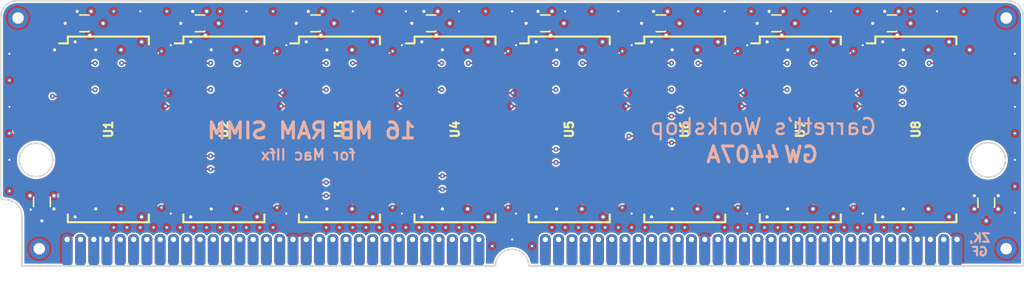
<source format=kicad_pcb>
(kicad_pcb (version 20171130) (host pcbnew "(5.1.10-1-10_14)")
  (layers (0 F.Cu signal) (1 In1.Cu power) (2 In2.Cu signal) (31 B.Cu power) (34 B.Paste user) (35 F.Paste user) (36 B.SilkS user) (37 F.SilkS user) (38 B.Mask user) (39 F.Mask user) (44 Edge.Cuts user))
  (net 0 "")
  (net 1 +5V)
  (net 2 /D0)
  (net 3 /D1)
  (net 4 /D2)
  (net 5 /D3)
  (net 6 GND)
  (net 7 /D4)
  (net 8 /D5)
  (net 9 /D6)
  (net 10 /A11)
  (net 11 /D7)
  (net 12 /A0)
  (net 13 /A1)
  (net 14 /A2)
  (net 15 /A3)
  (net 16 /A4)
  (net 17 /A5)
  (net 18 /A6)
  (net 19 /A7)
  (net 20 /A8)
  (net 21 /A9)
  (net 22 /A10)
  (net 23 /PDCO)
  (net 24 /PDCI)
  (net 25 /~WWP~)
  (net 26 /PQ)
  (net 27 "Net-(J1-Pad57)")
  (net 28 "Net-(J1-Pad56)")
  (net 29 /~RAS~)
  (net 30 "Net-(J1-Pad54)")
  (net 31 /~Q~B)
  (net 32 /~W~7)
  (net 33 /Q7)
  (net 34 "Net-(J1-Pad49)")
  (net 35 /~W~6)
  (net 36 /Q6)
  (net 37 "Net-(J1-Pad44)")
  (net 38 "Net-(J1-Pad43)")
  (net 39 /~W~5)
  (net 40 /Q5)
  (net 41 "Net-(J1-Pad36)")
  (net 42 /~W~4)
  (net 43 /Q4)
  (net 44 "Net-(J1-Pad30)")
  (net 45 /~W~3)
  (net 46 /Q3)
  (net 47 "Net-(J1-Pad24)")
  (net 48 /~W~2)
  (net 49 /Q2)
  (net 50 "Net-(J1-Pad16)")
  (net 51 /~W~1)
  (net 52 /Q1)
  (net 53 "Net-(J1-Pad10)")
  (net 54 /~W~0)
  (net 55 /Q0)
  (net 56 /~CAS~)
  (net 57 "Net-(J1-Pad2)")
  (net 58 "Net-(U1-Pad24)")
  (net 59 "Net-(U1-Pad22)")
  (net 60 "Net-(U1-Pad3)")
  (net 61 "Net-(U2-Pad3)")
  (net 62 "Net-(U2-Pad22)")
  (net 63 "Net-(U2-Pad24)")
  (net 64 "Net-(U3-Pad24)")
  (net 65 "Net-(U3-Pad22)")
  (net 66 "Net-(U3-Pad3)")
  (net 67 "Net-(U4-Pad3)")
  (net 68 "Net-(U4-Pad22)")
  (net 69 "Net-(U4-Pad24)")
  (net 70 "Net-(U5-Pad24)")
  (net 71 "Net-(U5-Pad22)")
  (net 72 "Net-(U5-Pad3)")
  (net 73 "Net-(U6-Pad3)")
  (net 74 "Net-(U6-Pad22)")
  (net 75 "Net-(U6-Pad24)")
  (net 76 "Net-(U7-Pad24)")
  (net 77 "Net-(U7-Pad22)")
  (net 78 "Net-(U7-Pad3)")
  (net 79 "Net-(U8-Pad3)")
  (net 80 "Net-(U8-Pad22)")
  (net 81 "Net-(U8-Pad24)")
  (module stdpads:MacIIROMSIMM_Edge (layer F.Cu) (at 120.65 127.635)
    (fp_text reference J1 hide)
    (fp_text value IIfxRAM)
    (pad 1 thru_hole roundrect (at -42.545 -2.54) (size 1.0414 3.048) (drill 0.508 (offset 0 1.016)) (layers *.Cu *.Mask) (roundrect_rratio 0.4) (net 6 GND))
    (pad 2 thru_hole roundrect (at -41.275 -2.54) (size 1.0414 3.048) (drill 0.508 (offset 0 1.016)) (layers *.Cu *.Mask) (roundrect_rratio 0.4) (net 57 "Net-(J1-Pad2)"))
    (pad 3 thru_hole roundrect (at -40.005 -2.54) (size 1.0414 3.048) (drill 0.508 (offset 0 1.016)) (layers *.Cu *.Mask) (roundrect_rratio 0.4) (net 1 +5V))
    (pad 4 thru_hole roundrect (at -38.735 -2.54) (size 1.0414 3.048) (drill 0.508 (offset 0 1.016)) (layers *.Cu *.Mask) (roundrect_rratio 0.4) (net 1 +5V))
    (pad 5 thru_hole roundrect (at -37.465 -2.54) (size 1.0414 3.048) (drill 0.508 (offset 0 1.016)) (layers *.Cu *.Mask) (roundrect_rratio 0.4) (net 56 /~CAS~))
    (pad 6 thru_hole roundrect (at -36.195 -2.54) (size 1.0414 3.048) (drill 0.508 (offset 0 1.016)) (layers *.Cu *.Mask) (roundrect_rratio 0.4) (net 2 /D0))
    (pad 7 thru_hole roundrect (at -34.925 -2.54) (size 1.0414 3.048) (drill 0.508 (offset 0 1.016)) (layers *.Cu *.Mask) (roundrect_rratio 0.4) (net 55 /Q0))
    (pad 8 thru_hole roundrect (at -33.655 -2.54) (size 1.0414 3.048) (drill 0.508 (offset 0 1.016)) (layers *.Cu *.Mask) (roundrect_rratio 0.4) (net 54 /~W~0))
    (pad 9 thru_hole roundrect (at -32.385 -2.54) (size 1.0414 3.048) (drill 0.508 (offset 0 1.016)) (layers *.Cu *.Mask) (roundrect_rratio 0.4) (net 12 /A0))
    (pad 10 thru_hole roundrect (at -31.115 -2.54) (size 1.0414 3.048) (drill 0.508 (offset 0 1.016)) (layers *.Cu *.Mask) (roundrect_rratio 0.4) (net 53 "Net-(J1-Pad10)"))
    (pad 11 thru_hole roundrect (at -29.845 -2.54) (size 1.0414 3.048) (drill 0.508 (offset 0 1.016)) (layers *.Cu *.Mask) (roundrect_rratio 0.4) (net 13 /A1))
    (pad 12 thru_hole roundrect (at -28.575 -2.54) (size 1.0414 3.048) (drill 0.508 (offset 0 1.016)) (layers *.Cu *.Mask) (roundrect_rratio 0.4) (net 3 /D1))
    (pad 13 thru_hole roundrect (at -27.305 -2.54) (size 1.0414 3.048) (drill 0.508 (offset 0 1.016)) (layers *.Cu *.Mask) (roundrect_rratio 0.4) (net 52 /Q1))
    (pad 14 thru_hole roundrect (at -26.035 -2.54) (size 1.0414 3.048) (drill 0.508 (offset 0 1.016)) (layers *.Cu *.Mask) (roundrect_rratio 0.4) (net 51 /~W~1))
    (pad 15 thru_hole roundrect (at -24.765 -2.54) (size 1.0414 3.048) (drill 0.508 (offset 0 1.016)) (layers *.Cu *.Mask) (roundrect_rratio 0.4) (net 14 /A2))
    (pad 16 thru_hole roundrect (at -23.495 -2.54) (size 1.0414 3.048) (drill 0.508 (offset 0 1.016)) (layers *.Cu *.Mask) (roundrect_rratio 0.4) (net 50 "Net-(J1-Pad16)"))
    (pad 17 thru_hole roundrect (at -22.225 -2.54) (size 1.0414 3.048) (drill 0.508 (offset 0 1.016)) (layers *.Cu *.Mask) (roundrect_rratio 0.4) (net 15 /A3))
    (pad 18 thru_hole roundrect (at -20.955 -2.54) (size 1.0414 3.048) (drill 0.508 (offset 0 1.016)) (layers *.Cu *.Mask) (roundrect_rratio 0.4) (net 6 GND))
    (pad 19 thru_hole roundrect (at -19.685 -2.54) (size 1.0414 3.048) (drill 0.508 (offset 0 1.016)) (layers *.Cu *.Mask) (roundrect_rratio 0.4) (net 6 GND))
    (pad 20 thru_hole roundrect (at -18.415 -2.54) (size 1.0414 3.048) (drill 0.508 (offset 0 1.016)) (layers *.Cu *.Mask) (roundrect_rratio 0.4) (net 4 /D2))
    (pad 21 thru_hole roundrect (at -17.145 -2.54) (size 1.0414 3.048) (drill 0.508 (offset 0 1.016)) (layers *.Cu *.Mask) (roundrect_rratio 0.4) (net 49 /Q2))
    (pad 22 thru_hole roundrect (at -15.875 -2.54) (size 1.0414 3.048) (drill 0.508 (offset 0 1.016)) (layers *.Cu *.Mask) (roundrect_rratio 0.4) (net 48 /~W~2))
    (pad 23 thru_hole roundrect (at -14.605 -2.54) (size 1.0414 3.048) (drill 0.508 (offset 0 1.016)) (layers *.Cu *.Mask) (roundrect_rratio 0.4) (net 16 /A4))
    (pad 24 thru_hole roundrect (at -13.335 -2.54) (size 1.0414 3.048) (drill 0.508 (offset 0 1.016)) (layers *.Cu *.Mask) (roundrect_rratio 0.4) (net 47 "Net-(J1-Pad24)"))
    (pad 25 thru_hole roundrect (at -12.065 -2.54) (size 1.0414 3.048) (drill 0.508 (offset 0 1.016)) (layers *.Cu *.Mask) (roundrect_rratio 0.4) (net 17 /A5))
    (pad 26 thru_hole roundrect (at -10.795 -2.54) (size 1.0414 3.048) (drill 0.508 (offset 0 1.016)) (layers *.Cu *.Mask) (roundrect_rratio 0.4) (net 5 /D3))
    (pad 27 thru_hole roundrect (at -9.525 -2.54) (size 1.0414 3.048) (drill 0.508 (offset 0 1.016)) (layers *.Cu *.Mask) (roundrect_rratio 0.4) (net 46 /Q3))
    (pad 28 thru_hole roundrect (at -8.255 -2.54) (size 1.0414 3.048) (drill 0.508 (offset 0 1.016)) (layers *.Cu *.Mask) (roundrect_rratio 0.4) (net 45 /~W~3))
    (pad 29 thru_hole roundrect (at -6.985 -2.54) (size 1.0414 3.048) (drill 0.508 (offset 0 1.016)) (layers *.Cu *.Mask) (roundrect_rratio 0.4) (net 18 /A6))
    (pad 30 thru_hole roundrect (at -5.715 -2.54) (size 1.0414 3.048) (drill 0.508 (offset 0 1.016)) (layers *.Cu *.Mask) (roundrect_rratio 0.4) (net 44 "Net-(J1-Pad30)"))
    (pad 31 thru_hole roundrect (at -4.445 -2.54) (size 1.0414 3.048) (drill 0.508 (offset 0 1.016)) (layers *.Cu *.Mask) (roundrect_rratio 0.4) (net 19 /A7))
    (pad 32 thru_hole roundrect (at -3.175 -2.54) (size 1.0414 3.048) (drill 0.508 (offset 0 1.016)) (layers *.Cu *.Mask) (roundrect_rratio 0.4) (net 7 /D4))
    (pad 33 thru_hole roundrect (at 3.175 -2.54) (size 1.0414 3.048) (drill 0.508 (offset 0 1.016)) (layers *.Cu *.Mask) (roundrect_rratio 0.4) (net 43 /Q4))
    (pad 34 thru_hole roundrect (at 4.445 -2.54) (size 1.0414 3.048) (drill 0.508 (offset 0 1.016)) (layers *.Cu *.Mask) (roundrect_rratio 0.4) (net 42 /~W~4))
    (pad 35 thru_hole roundrect (at 5.715 -2.54) (size 1.0414 3.048) (drill 0.508 (offset 0 1.016)) (layers *.Cu *.Mask) (roundrect_rratio 0.4) (net 20 /A8))
    (pad 36 thru_hole roundrect (at 6.985 -2.54) (size 1.0414 3.048) (drill 0.508 (offset 0 1.016)) (layers *.Cu *.Mask) (roundrect_rratio 0.4) (net 41 "Net-(J1-Pad36)"))
    (pad 37 thru_hole roundrect (at 8.255 -2.54) (size 1.0414 3.048) (drill 0.508 (offset 0 1.016)) (layers *.Cu *.Mask) (roundrect_rratio 0.4) (net 21 /A9))
    (pad 38 thru_hole roundrect (at 9.525 -2.54) (size 1.0414 3.048) (drill 0.508 (offset 0 1.016)) (layers *.Cu *.Mask) (roundrect_rratio 0.4) (net 22 /A10))
    (pad 39 thru_hole roundrect (at 10.795 -2.54) (size 1.0414 3.048) (drill 0.508 (offset 0 1.016)) (layers *.Cu *.Mask) (roundrect_rratio 0.4) (net 10 /A11))
    (pad 40 thru_hole roundrect (at 12.065 -2.54) (size 1.0414 3.048) (drill 0.508 (offset 0 1.016)) (layers *.Cu *.Mask) (roundrect_rratio 0.4) (net 8 /D5))
    (pad 41 thru_hole roundrect (at 13.335 -2.54) (size 1.0414 3.048) (drill 0.508 (offset 0 1.016)) (layers *.Cu *.Mask) (roundrect_rratio 0.4) (net 40 /Q5))
    (pad 42 thru_hole roundrect (at 14.605 -2.54) (size 1.0414 3.048) (drill 0.508 (offset 0 1.016)) (layers *.Cu *.Mask) (roundrect_rratio 0.4) (net 39 /~W~5))
    (pad 43 thru_hole roundrect (at 15.875 -2.54) (size 1.0414 3.048) (drill 0.508 (offset 0 1.016)) (layers *.Cu *.Mask) (roundrect_rratio 0.4) (net 38 "Net-(J1-Pad43)"))
    (pad 44 thru_hole roundrect (at 17.145 -2.54) (size 1.0414 3.048) (drill 0.508 (offset 0 1.016)) (layers *.Cu *.Mask) (roundrect_rratio 0.4) (net 37 "Net-(J1-Pad44)"))
    (pad 45 thru_hole roundrect (at 18.415 -2.54) (size 1.0414 3.048) (drill 0.508 (offset 0 1.016)) (layers *.Cu *.Mask) (roundrect_rratio 0.4) (net 6 GND))
    (pad 46 thru_hole roundrect (at 19.685 -2.54) (size 1.0414 3.048) (drill 0.508 (offset 0 1.016)) (layers *.Cu *.Mask) (roundrect_rratio 0.4) (net 9 /D6))
    (pad 47 thru_hole roundrect (at 20.955 -2.54) (size 1.0414 3.048) (drill 0.508 (offset 0 1.016)) (layers *.Cu *.Mask) (roundrect_rratio 0.4) (net 36 /Q6))
    (pad 48 thru_hole roundrect (at 22.225 -2.54) (size 1.0414 3.048) (drill 0.508 (offset 0 1.016)) (layers *.Cu *.Mask) (roundrect_rratio 0.4) (net 35 /~W~6))
    (pad 49 thru_hole roundrect (at 23.495 -2.54) (size 1.0414 3.048) (drill 0.508 (offset 0 1.016)) (layers *.Cu *.Mask) (roundrect_rratio 0.4) (net 34 "Net-(J1-Pad49)"))
    (pad 50 thru_hole roundrect (at 24.765 -2.54) (size 1.0414 3.048) (drill 0.508 (offset 0 1.016)) (layers *.Cu *.Mask) (roundrect_rratio 0.4) (net 11 /D7))
    (pad 51 thru_hole roundrect (at 26.035 -2.54) (size 1.0414 3.048) (drill 0.508 (offset 0 1.016)) (layers *.Cu *.Mask) (roundrect_rratio 0.4) (net 33 /Q7))
    (pad 52 thru_hole roundrect (at 27.305 -2.54) (size 1.0414 3.048) (drill 0.508 (offset 0 1.016)) (layers *.Cu *.Mask) (roundrect_rratio 0.4) (net 32 /~W~7))
    (pad 53 thru_hole roundrect (at 28.575 -2.54) (size 1.0414 3.048) (drill 0.508 (offset 0 1.016)) (layers *.Cu *.Mask) (roundrect_rratio 0.4) (net 31 /~Q~B))
    (pad 54 thru_hole roundrect (at 29.845 -2.54) (size 1.0414 3.048) (drill 0.508 (offset 0 1.016)) (layers *.Cu *.Mask) (roundrect_rratio 0.4) (net 30 "Net-(J1-Pad54)"))
    (pad 55 thru_hole roundrect (at 31.115 -2.54) (size 1.0414 3.048) (drill 0.508 (offset 0 1.016)) (layers *.Cu *.Mask) (roundrect_rratio 0.4) (net 29 /~RAS~))
    (pad 56 thru_hole roundrect (at 32.385 -2.54) (size 1.0414 3.048) (drill 0.508 (offset 0 1.016)) (layers *.Cu *.Mask) (roundrect_rratio 0.4) (net 28 "Net-(J1-Pad56)"))
    (pad 57 thru_hole roundrect (at 33.655 -2.54) (size 1.0414 3.048) (drill 0.508 (offset 0 1.016)) (layers *.Cu *.Mask) (roundrect_rratio 0.4) (net 27 "Net-(J1-Pad57)"))
    (pad 58 thru_hole roundrect (at 34.925 -2.54) (size 1.0414 3.048) (drill 0.508 (offset 0 1.016)) (layers *.Cu *.Mask) (roundrect_rratio 0.4) (net 26 /PQ))
    (pad 59 thru_hole roundrect (at 36.195 -2.54) (size 1.0414 3.048) (drill 0.508 (offset 0 1.016)) (layers *.Cu *.Mask) (roundrect_rratio 0.4) (net 25 /~WWP~))
    (pad 60 thru_hole roundrect (at 37.465 -2.54) (size 1.0414 3.048) (drill 0.508 (offset 0 1.016)) (layers *.Cu *.Mask) (roundrect_rratio 0.4) (net 24 /PDCI))
    (pad 61 thru_hole roundrect (at 38.735 -2.54) (size 1.0414 3.048) (drill 0.508 (offset 0 1.016)) (layers *.Cu *.Mask) (roundrect_rratio 0.4) (net 1 +5V))
    (pad 62 thru_hole roundrect (at 40.005 -2.54) (size 1.0414 3.048) (drill 0.508 (offset 0 1.016)) (layers *.Cu *.Mask) (roundrect_rratio 0.4) (net 1 +5V))
    (pad 63 thru_hole roundrect (at 41.275 -2.54) (size 1.0414 3.048) (drill 0.508 (offset 0 1.016)) (layers *.Cu *.Mask) (roundrect_rratio 0.4) (net 23 /PDCO))
    (pad 64 thru_hole roundrect (at 42.545 -2.54) (size 1.0414 3.048) (drill 0.508 (offset 0 1.016)) (layers *.Cu *.Mask) (roundrect_rratio 0.4) (net 6 GND))
  )
  (module stdpads:SOJ-24-26_300mil (layer F.Cu) (at 159.258 114.554)
    (fp_text reference U8)
    (fp_text value KM41C16000)
    (fp_text user %R (at 0 0 90) (layer F.SilkS) (effects (font (size 0.8128 0.8128) (thickness 0.2032))))
    (pad 8 smd roundrect (at -3.175 1.27) (size 3.048 0.6) (layers F.Cu F.Paste F.Mask) (net 22 /A10))
    (pad 19 smd roundrect (at 3.175 1.27) (size 3.048 0.6) (layers F.Cu F.Paste F.Mask) (net 20 /A8))
    (pad 6 smd roundrect (at -3.175 -1.27) (size 3.048 0.6) (layers F.Cu F.Paste F.Mask) (net 10 /A11))
    (pad 21 smd roundrect (at 3.175 -1.27) (size 3.048 0.6) (layers F.Cu F.Paste F.Mask) (net 21 /A9))
    (pad 1 smd roundrect (at -3.175 -7.62) (size 3.048 0.6) (layers F.Cu F.Paste F.Mask) (net 1 +5V))
    (pad 2 smd roundrect (at -3.175 -6.35) (size 3.048 0.6) (layers F.Cu F.Paste F.Mask) (net 11 /D7))
    (pad 3 smd roundrect (at -3.175 -5.08) (size 3.048 0.6) (layers F.Cu F.Paste F.Mask) (net 79 "Net-(U8-Pad3)"))
    (pad 4 smd roundrect (at -3.175 -3.81) (size 3.048 0.6) (layers F.Cu F.Paste F.Mask) (net 32 /~W~7))
    (pad 5 smd roundrect (at -3.175 -2.54) (size 3.048 0.6) (layers F.Cu F.Paste F.Mask) (net 29 /~RAS~))
    (pad 9 smd roundrect (at -3.175 2.54) (size 3.048 0.6) (layers F.Cu F.Paste F.Mask) (net 12 /A0))
    (pad 10 smd roundrect (at -3.175 3.81) (size 3.048 0.6) (layers F.Cu F.Paste F.Mask) (net 13 /A1))
    (pad 11 smd roundrect (at -3.175 5.08) (size 3.048 0.6) (layers F.Cu F.Paste F.Mask) (net 14 /A2))
    (pad 12 smd roundrect (at -3.175 6.35) (size 3.048 0.6) (layers F.Cu F.Paste F.Mask) (net 15 /A3))
    (pad 13 smd roundrect (at -3.175 7.62) (size 3.048 0.6) (layers F.Cu F.Paste F.Mask) (net 1 +5V))
    (pad 15 smd roundrect (at 3.175 6.35) (size 3.048 0.6) (layers F.Cu F.Paste F.Mask) (net 16 /A4))
    (pad 16 smd roundrect (at 3.175 5.08) (size 3.048 0.6) (layers F.Cu F.Paste F.Mask) (net 17 /A5))
    (pad 17 smd roundrect (at 3.175 3.81) (size 3.048 0.6) (layers F.Cu F.Paste F.Mask) (net 18 /A6))
    (pad 18 smd roundrect (at 3.175 2.54) (size 3.048 0.6) (layers F.Cu F.Paste F.Mask) (net 19 /A7))
    (pad 22 smd roundrect (at 3.175 -2.54) (size 3.048 0.6) (layers F.Cu F.Paste F.Mask) (net 80 "Net-(U8-Pad22)"))
    (pad 23 smd roundrect (at 3.175 -3.81) (size 3.048 0.6) (layers F.Cu F.Paste F.Mask) (net 56 /~CAS~))
    (pad 24 smd roundrect (at 3.175 -5.08) (size 3.048 0.6) (layers F.Cu F.Paste F.Mask) (net 81 "Net-(U8-Pad24)"))
    (pad 25 smd roundrect (at 3.175 -6.35) (size 3.048 0.6) (layers F.Cu F.Paste F.Mask) (net 33 /Q7))
    (pad 26 smd roundrect (at 3.175 -7.62) (size 3.048 0.6) (layers F.Cu F.Paste F.Mask) (net 6 GND))
    (pad 14 smd roundrect (at 3.175 7.62) (size 3.048 0.6) (layers F.Cu F.Paste F.Mask) (net 6 GND))
  )
  (module stdpads:SOJ-24-26_300mil (layer F.Cu) (at 82.042 114.554)
    (fp_text reference U1)
    (fp_text value KM41C16000)
    (fp_text user %R (at 0 0 90) (layer F.SilkS) (effects (font (size 0.8128 0.8128) (thickness 0.2032))))
    (pad 14 smd roundrect (at 3.175 7.62) (size 3.048 0.6) (layers F.Cu F.Paste F.Mask) (net 6 GND))
    (pad 26 smd roundrect (at 3.175 -7.62) (size 3.048 0.6) (layers F.Cu F.Paste F.Mask) (net 6 GND))
    (pad 25 smd roundrect (at 3.175 -6.35) (size 3.048 0.6) (layers F.Cu F.Paste F.Mask) (net 55 /Q0))
    (pad 24 smd roundrect (at 3.175 -5.08) (size 3.048 0.6) (layers F.Cu F.Paste F.Mask) (net 58 "Net-(U1-Pad24)"))
    (pad 23 smd roundrect (at 3.175 -3.81) (size 3.048 0.6) (layers F.Cu F.Paste F.Mask) (net 56 /~CAS~))
    (pad 22 smd roundrect (at 3.175 -2.54) (size 3.048 0.6) (layers F.Cu F.Paste F.Mask) (net 59 "Net-(U1-Pad22)"))
    (pad 18 smd roundrect (at 3.175 2.54) (size 3.048 0.6) (layers F.Cu F.Paste F.Mask) (net 19 /A7))
    (pad 17 smd roundrect (at 3.175 3.81) (size 3.048 0.6) (layers F.Cu F.Paste F.Mask) (net 18 /A6))
    (pad 16 smd roundrect (at 3.175 5.08) (size 3.048 0.6) (layers F.Cu F.Paste F.Mask) (net 17 /A5))
    (pad 15 smd roundrect (at 3.175 6.35) (size 3.048 0.6) (layers F.Cu F.Paste F.Mask) (net 16 /A4))
    (pad 13 smd roundrect (at -3.175 7.62) (size 3.048 0.6) (layers F.Cu F.Paste F.Mask) (net 1 +5V))
    (pad 12 smd roundrect (at -3.175 6.35) (size 3.048 0.6) (layers F.Cu F.Paste F.Mask) (net 15 /A3))
    (pad 11 smd roundrect (at -3.175 5.08) (size 3.048 0.6) (layers F.Cu F.Paste F.Mask) (net 14 /A2))
    (pad 10 smd roundrect (at -3.175 3.81) (size 3.048 0.6) (layers F.Cu F.Paste F.Mask) (net 13 /A1))
    (pad 9 smd roundrect (at -3.175 2.54) (size 3.048 0.6) (layers F.Cu F.Paste F.Mask) (net 12 /A0))
    (pad 5 smd roundrect (at -3.175 -2.54) (size 3.048 0.6) (layers F.Cu F.Paste F.Mask) (net 29 /~RAS~))
    (pad 4 smd roundrect (at -3.175 -3.81) (size 3.048 0.6) (layers F.Cu F.Paste F.Mask) (net 54 /~W~0))
    (pad 3 smd roundrect (at -3.175 -5.08) (size 3.048 0.6) (layers F.Cu F.Paste F.Mask) (net 60 "Net-(U1-Pad3)"))
    (pad 2 smd roundrect (at -3.175 -6.35) (size 3.048 0.6) (layers F.Cu F.Paste F.Mask) (net 2 /D0))
    (pad 1 smd roundrect (at -3.175 -7.62) (size 3.048 0.6) (layers F.Cu F.Paste F.Mask) (net 1 +5V))
    (pad 21 smd roundrect (at 3.175 -1.27) (size 3.048 0.6) (layers F.Cu F.Paste F.Mask) (net 21 /A9))
    (pad 6 smd roundrect (at -3.175 -1.27) (size 3.048 0.6) (layers F.Cu F.Paste F.Mask) (net 10 /A11))
    (pad 19 smd roundrect (at 3.175 1.27) (size 3.048 0.6) (layers F.Cu F.Paste F.Mask) (net 20 /A8))
    (pad 8 smd roundrect (at -3.175 1.27) (size 3.048 0.6) (layers F.Cu F.Paste F.Mask) (net 22 /A10))
  )
  (module stdpads:C_0805 (layer F.Cu) (at 75.692 121.539 90)
    (fp_text reference C8)
    (fp_text value 2u2)
    (pad 1 smd roundrect (at -0.85 0 90) (size 1.05 1.4) (layers F.Cu F.Paste F.Mask) (net 1 +5V))
    (pad 2 smd roundrect (at 0.85 0 90) (size 1.05 1.4) (layers F.Cu F.Paste F.Mask) (net 6 GND))
  )
  (module stdpads:C_0805 (layer F.Cu) (at 165.989 121.539 270)
    (fp_text reference C8)
    (fp_text value 2u2)
    (pad 2 smd roundrect (at 0.85 0 270) (size 1.05 1.4) (layers F.Cu F.Paste F.Mask) (net 6 GND))
    (pad 1 smd roundrect (at -0.85 0 270) (size 1.05 1.4) (layers F.Cu F.Paste F.Mask) (net 1 +5V))
  )
  (module stdpads:SOJ-24-26_300mil (layer F.Cu) (at 148.209 114.554)
    (fp_text reference U7)
    (fp_text value KM41C16000)
    (fp_text user %R (at 0 0 90) (layer F.SilkS) (effects (font (size 0.8128 0.8128) (thickness 0.2032))))
    (pad 14 smd roundrect (at 3.175 7.62) (size 3.048 0.6) (layers F.Cu F.Paste F.Mask) (net 6 GND))
    (pad 26 smd roundrect (at 3.175 -7.62) (size 3.048 0.6) (layers F.Cu F.Paste F.Mask) (net 6 GND))
    (pad 25 smd roundrect (at 3.175 -6.35) (size 3.048 0.6) (layers F.Cu F.Paste F.Mask) (net 36 /Q6))
    (pad 24 smd roundrect (at 3.175 -5.08) (size 3.048 0.6) (layers F.Cu F.Paste F.Mask) (net 76 "Net-(U7-Pad24)"))
    (pad 23 smd roundrect (at 3.175 -3.81) (size 3.048 0.6) (layers F.Cu F.Paste F.Mask) (net 56 /~CAS~))
    (pad 22 smd roundrect (at 3.175 -2.54) (size 3.048 0.6) (layers F.Cu F.Paste F.Mask) (net 77 "Net-(U7-Pad22)"))
    (pad 18 smd roundrect (at 3.175 2.54) (size 3.048 0.6) (layers F.Cu F.Paste F.Mask) (net 19 /A7))
    (pad 17 smd roundrect (at 3.175 3.81) (size 3.048 0.6) (layers F.Cu F.Paste F.Mask) (net 18 /A6))
    (pad 16 smd roundrect (at 3.175 5.08) (size 3.048 0.6) (layers F.Cu F.Paste F.Mask) (net 17 /A5))
    (pad 15 smd roundrect (at 3.175 6.35) (size 3.048 0.6) (layers F.Cu F.Paste F.Mask) (net 16 /A4))
    (pad 13 smd roundrect (at -3.175 7.62) (size 3.048 0.6) (layers F.Cu F.Paste F.Mask) (net 1 +5V))
    (pad 12 smd roundrect (at -3.175 6.35) (size 3.048 0.6) (layers F.Cu F.Paste F.Mask) (net 15 /A3))
    (pad 11 smd roundrect (at -3.175 5.08) (size 3.048 0.6) (layers F.Cu F.Paste F.Mask) (net 14 /A2))
    (pad 10 smd roundrect (at -3.175 3.81) (size 3.048 0.6) (layers F.Cu F.Paste F.Mask) (net 13 /A1))
    (pad 9 smd roundrect (at -3.175 2.54) (size 3.048 0.6) (layers F.Cu F.Paste F.Mask) (net 12 /A0))
    (pad 5 smd roundrect (at -3.175 -2.54) (size 3.048 0.6) (layers F.Cu F.Paste F.Mask) (net 29 /~RAS~))
    (pad 4 smd roundrect (at -3.175 -3.81) (size 3.048 0.6) (layers F.Cu F.Paste F.Mask) (net 35 /~W~6))
    (pad 3 smd roundrect (at -3.175 -5.08) (size 3.048 0.6) (layers F.Cu F.Paste F.Mask) (net 78 "Net-(U7-Pad3)"))
    (pad 2 smd roundrect (at -3.175 -6.35) (size 3.048 0.6) (layers F.Cu F.Paste F.Mask) (net 9 /D6))
    (pad 1 smd roundrect (at -3.175 -7.62) (size 3.048 0.6) (layers F.Cu F.Paste F.Mask) (net 1 +5V))
    (pad 21 smd roundrect (at 3.175 -1.27) (size 3.048 0.6) (layers F.Cu F.Paste F.Mask) (net 21 /A9))
    (pad 6 smd roundrect (at -3.175 -1.27) (size 3.048 0.6) (layers F.Cu F.Paste F.Mask) (net 10 /A11))
    (pad 19 smd roundrect (at 3.175 1.27) (size 3.048 0.6) (layers F.Cu F.Paste F.Mask) (net 20 /A8))
    (pad 8 smd roundrect (at -3.175 1.27) (size 3.048 0.6) (layers F.Cu F.Paste F.Mask) (net 22 /A10))
  )
  (module stdpads:SOJ-24-26_300mil (layer F.Cu) (at 137.16 114.554)
    (fp_text reference U6)
    (fp_text value KM41C16000)
    (fp_text user %R (at 0 0 90) (layer F.SilkS) (effects (font (size 0.8128 0.8128) (thickness 0.2032))))
    (pad 8 smd roundrect (at -3.175 1.27) (size 3.048 0.6) (layers F.Cu F.Paste F.Mask) (net 22 /A10))
    (pad 19 smd roundrect (at 3.175 1.27) (size 3.048 0.6) (layers F.Cu F.Paste F.Mask) (net 20 /A8))
    (pad 6 smd roundrect (at -3.175 -1.27) (size 3.048 0.6) (layers F.Cu F.Paste F.Mask) (net 10 /A11))
    (pad 21 smd roundrect (at 3.175 -1.27) (size 3.048 0.6) (layers F.Cu F.Paste F.Mask) (net 21 /A9))
    (pad 1 smd roundrect (at -3.175 -7.62) (size 3.048 0.6) (layers F.Cu F.Paste F.Mask) (net 1 +5V))
    (pad 2 smd roundrect (at -3.175 -6.35) (size 3.048 0.6) (layers F.Cu F.Paste F.Mask) (net 8 /D5))
    (pad 3 smd roundrect (at -3.175 -5.08) (size 3.048 0.6) (layers F.Cu F.Paste F.Mask) (net 73 "Net-(U6-Pad3)"))
    (pad 4 smd roundrect (at -3.175 -3.81) (size 3.048 0.6) (layers F.Cu F.Paste F.Mask) (net 39 /~W~5))
    (pad 5 smd roundrect (at -3.175 -2.54) (size 3.048 0.6) (layers F.Cu F.Paste F.Mask) (net 29 /~RAS~))
    (pad 9 smd roundrect (at -3.175 2.54) (size 3.048 0.6) (layers F.Cu F.Paste F.Mask) (net 12 /A0))
    (pad 10 smd roundrect (at -3.175 3.81) (size 3.048 0.6) (layers F.Cu F.Paste F.Mask) (net 13 /A1))
    (pad 11 smd roundrect (at -3.175 5.08) (size 3.048 0.6) (layers F.Cu F.Paste F.Mask) (net 14 /A2))
    (pad 12 smd roundrect (at -3.175 6.35) (size 3.048 0.6) (layers F.Cu F.Paste F.Mask) (net 15 /A3))
    (pad 13 smd roundrect (at -3.175 7.62) (size 3.048 0.6) (layers F.Cu F.Paste F.Mask) (net 1 +5V))
    (pad 15 smd roundrect (at 3.175 6.35) (size 3.048 0.6) (layers F.Cu F.Paste F.Mask) (net 16 /A4))
    (pad 16 smd roundrect (at 3.175 5.08) (size 3.048 0.6) (layers F.Cu F.Paste F.Mask) (net 17 /A5))
    (pad 17 smd roundrect (at 3.175 3.81) (size 3.048 0.6) (layers F.Cu F.Paste F.Mask) (net 18 /A6))
    (pad 18 smd roundrect (at 3.175 2.54) (size 3.048 0.6) (layers F.Cu F.Paste F.Mask) (net 19 /A7))
    (pad 22 smd roundrect (at 3.175 -2.54) (size 3.048 0.6) (layers F.Cu F.Paste F.Mask) (net 74 "Net-(U6-Pad22)"))
    (pad 23 smd roundrect (at 3.175 -3.81) (size 3.048 0.6) (layers F.Cu F.Paste F.Mask) (net 56 /~CAS~))
    (pad 24 smd roundrect (at 3.175 -5.08) (size 3.048 0.6) (layers F.Cu F.Paste F.Mask) (net 75 "Net-(U6-Pad24)"))
    (pad 25 smd roundrect (at 3.175 -6.35) (size 3.048 0.6) (layers F.Cu F.Paste F.Mask) (net 40 /Q5))
    (pad 26 smd roundrect (at 3.175 -7.62) (size 3.048 0.6) (layers F.Cu F.Paste F.Mask) (net 6 GND))
    (pad 14 smd roundrect (at 3.175 7.62) (size 3.048 0.6) (layers F.Cu F.Paste F.Mask) (net 6 GND))
  )
  (module stdpads:SOJ-24-26_300mil (layer F.Cu) (at 126.111 114.554)
    (fp_text reference U5)
    (fp_text value KM41C16000)
    (fp_text user %R (at 0 0 90) (layer F.SilkS) (effects (font (size 0.8128 0.8128) (thickness 0.2032))))
    (pad 14 smd roundrect (at 3.175 7.62) (size 3.048 0.6) (layers F.Cu F.Paste F.Mask) (net 6 GND))
    (pad 26 smd roundrect (at 3.175 -7.62) (size 3.048 0.6) (layers F.Cu F.Paste F.Mask) (net 6 GND))
    (pad 25 smd roundrect (at 3.175 -6.35) (size 3.048 0.6) (layers F.Cu F.Paste F.Mask) (net 43 /Q4))
    (pad 24 smd roundrect (at 3.175 -5.08) (size 3.048 0.6) (layers F.Cu F.Paste F.Mask) (net 70 "Net-(U5-Pad24)"))
    (pad 23 smd roundrect (at 3.175 -3.81) (size 3.048 0.6) (layers F.Cu F.Paste F.Mask) (net 56 /~CAS~))
    (pad 22 smd roundrect (at 3.175 -2.54) (size 3.048 0.6) (layers F.Cu F.Paste F.Mask) (net 71 "Net-(U5-Pad22)"))
    (pad 18 smd roundrect (at 3.175 2.54) (size 3.048 0.6) (layers F.Cu F.Paste F.Mask) (net 19 /A7))
    (pad 17 smd roundrect (at 3.175 3.81) (size 3.048 0.6) (layers F.Cu F.Paste F.Mask) (net 18 /A6))
    (pad 16 smd roundrect (at 3.175 5.08) (size 3.048 0.6) (layers F.Cu F.Paste F.Mask) (net 17 /A5))
    (pad 15 smd roundrect (at 3.175 6.35) (size 3.048 0.6) (layers F.Cu F.Paste F.Mask) (net 16 /A4))
    (pad 13 smd roundrect (at -3.175 7.62) (size 3.048 0.6) (layers F.Cu F.Paste F.Mask) (net 1 +5V))
    (pad 12 smd roundrect (at -3.175 6.35) (size 3.048 0.6) (layers F.Cu F.Paste F.Mask) (net 15 /A3))
    (pad 11 smd roundrect (at -3.175 5.08) (size 3.048 0.6) (layers F.Cu F.Paste F.Mask) (net 14 /A2))
    (pad 10 smd roundrect (at -3.175 3.81) (size 3.048 0.6) (layers F.Cu F.Paste F.Mask) (net 13 /A1))
    (pad 9 smd roundrect (at -3.175 2.54) (size 3.048 0.6) (layers F.Cu F.Paste F.Mask) (net 12 /A0))
    (pad 5 smd roundrect (at -3.175 -2.54) (size 3.048 0.6) (layers F.Cu F.Paste F.Mask) (net 29 /~RAS~))
    (pad 4 smd roundrect (at -3.175 -3.81) (size 3.048 0.6) (layers F.Cu F.Paste F.Mask) (net 42 /~W~4))
    (pad 3 smd roundrect (at -3.175 -5.08) (size 3.048 0.6) (layers F.Cu F.Paste F.Mask) (net 72 "Net-(U5-Pad3)"))
    (pad 2 smd roundrect (at -3.175 -6.35) (size 3.048 0.6) (layers F.Cu F.Paste F.Mask) (net 7 /D4))
    (pad 1 smd roundrect (at -3.175 -7.62) (size 3.048 0.6) (layers F.Cu F.Paste F.Mask) (net 1 +5V))
    (pad 21 smd roundrect (at 3.175 -1.27) (size 3.048 0.6) (layers F.Cu F.Paste F.Mask) (net 21 /A9))
    (pad 6 smd roundrect (at -3.175 -1.27) (size 3.048 0.6) (layers F.Cu F.Paste F.Mask) (net 10 /A11))
    (pad 19 smd roundrect (at 3.175 1.27) (size 3.048 0.6) (layers F.Cu F.Paste F.Mask) (net 20 /A8))
    (pad 8 smd roundrect (at -3.175 1.27) (size 3.048 0.6) (layers F.Cu F.Paste F.Mask) (net 22 /A10))
  )
  (module stdpads:SOJ-24-26_300mil (layer F.Cu) (at 115.189 114.554)
    (fp_text reference U4)
    (fp_text value KM41C16000)
    (fp_text user %R (at 0 0 90) (layer F.SilkS) (effects (font (size 0.8128 0.8128) (thickness 0.2032))))
    (pad 8 smd roundrect (at -3.175 1.27) (size 3.048 0.6) (layers F.Cu F.Paste F.Mask) (net 22 /A10))
    (pad 19 smd roundrect (at 3.175 1.27) (size 3.048 0.6) (layers F.Cu F.Paste F.Mask) (net 20 /A8))
    (pad 6 smd roundrect (at -3.175 -1.27) (size 3.048 0.6) (layers F.Cu F.Paste F.Mask) (net 10 /A11))
    (pad 21 smd roundrect (at 3.175 -1.27) (size 3.048 0.6) (layers F.Cu F.Paste F.Mask) (net 21 /A9))
    (pad 1 smd roundrect (at -3.175 -7.62) (size 3.048 0.6) (layers F.Cu F.Paste F.Mask) (net 1 +5V))
    (pad 2 smd roundrect (at -3.175 -6.35) (size 3.048 0.6) (layers F.Cu F.Paste F.Mask) (net 5 /D3))
    (pad 3 smd roundrect (at -3.175 -5.08) (size 3.048 0.6) (layers F.Cu F.Paste F.Mask) (net 67 "Net-(U4-Pad3)"))
    (pad 4 smd roundrect (at -3.175 -3.81) (size 3.048 0.6) (layers F.Cu F.Paste F.Mask) (net 45 /~W~3))
    (pad 5 smd roundrect (at -3.175 -2.54) (size 3.048 0.6) (layers F.Cu F.Paste F.Mask) (net 29 /~RAS~))
    (pad 9 smd roundrect (at -3.175 2.54) (size 3.048 0.6) (layers F.Cu F.Paste F.Mask) (net 12 /A0))
    (pad 10 smd roundrect (at -3.175 3.81) (size 3.048 0.6) (layers F.Cu F.Paste F.Mask) (net 13 /A1))
    (pad 11 smd roundrect (at -3.175 5.08) (size 3.048 0.6) (layers F.Cu F.Paste F.Mask) (net 14 /A2))
    (pad 12 smd roundrect (at -3.175 6.35) (size 3.048 0.6) (layers F.Cu F.Paste F.Mask) (net 15 /A3))
    (pad 13 smd roundrect (at -3.175 7.62) (size 3.048 0.6) (layers F.Cu F.Paste F.Mask) (net 1 +5V))
    (pad 15 smd roundrect (at 3.175 6.35) (size 3.048 0.6) (layers F.Cu F.Paste F.Mask) (net 16 /A4))
    (pad 16 smd roundrect (at 3.175 5.08) (size 3.048 0.6) (layers F.Cu F.Paste F.Mask) (net 17 /A5))
    (pad 17 smd roundrect (at 3.175 3.81) (size 3.048 0.6) (layers F.Cu F.Paste F.Mask) (net 18 /A6))
    (pad 18 smd roundrect (at 3.175 2.54) (size 3.048 0.6) (layers F.Cu F.Paste F.Mask) (net 19 /A7))
    (pad 22 smd roundrect (at 3.175 -2.54) (size 3.048 0.6) (layers F.Cu F.Paste F.Mask) (net 68 "Net-(U4-Pad22)"))
    (pad 23 smd roundrect (at 3.175 -3.81) (size 3.048 0.6) (layers F.Cu F.Paste F.Mask) (net 56 /~CAS~))
    (pad 24 smd roundrect (at 3.175 -5.08) (size 3.048 0.6) (layers F.Cu F.Paste F.Mask) (net 69 "Net-(U4-Pad24)"))
    (pad 25 smd roundrect (at 3.175 -6.35) (size 3.048 0.6) (layers F.Cu F.Paste F.Mask) (net 46 /Q3))
    (pad 26 smd roundrect (at 3.175 -7.62) (size 3.048 0.6) (layers F.Cu F.Paste F.Mask) (net 6 GND))
    (pad 14 smd roundrect (at 3.175 7.62) (size 3.048 0.6) (layers F.Cu F.Paste F.Mask) (net 6 GND))
  )
  (module stdpads:SOJ-24-26_300mil (layer F.Cu) (at 104.14 114.554)
    (fp_text reference U3)
    (fp_text value KM41C16000)
    (fp_text user %R (at 0 0 90) (layer F.SilkS) (effects (font (size 0.8128 0.8128) (thickness 0.2032))))
    (pad 14 smd roundrect (at 3.175 7.62) (size 3.048 0.6) (layers F.Cu F.Paste F.Mask) (net 6 GND))
    (pad 26 smd roundrect (at 3.175 -7.62) (size 3.048 0.6) (layers F.Cu F.Paste F.Mask) (net 6 GND))
    (pad 25 smd roundrect (at 3.175 -6.35) (size 3.048 0.6) (layers F.Cu F.Paste F.Mask) (net 49 /Q2))
    (pad 24 smd roundrect (at 3.175 -5.08) (size 3.048 0.6) (layers F.Cu F.Paste F.Mask) (net 64 "Net-(U3-Pad24)"))
    (pad 23 smd roundrect (at 3.175 -3.81) (size 3.048 0.6) (layers F.Cu F.Paste F.Mask) (net 56 /~CAS~))
    (pad 22 smd roundrect (at 3.175 -2.54) (size 3.048 0.6) (layers F.Cu F.Paste F.Mask) (net 65 "Net-(U3-Pad22)"))
    (pad 18 smd roundrect (at 3.175 2.54) (size 3.048 0.6) (layers F.Cu F.Paste F.Mask) (net 19 /A7))
    (pad 17 smd roundrect (at 3.175 3.81) (size 3.048 0.6) (layers F.Cu F.Paste F.Mask) (net 18 /A6))
    (pad 16 smd roundrect (at 3.175 5.08) (size 3.048 0.6) (layers F.Cu F.Paste F.Mask) (net 17 /A5))
    (pad 15 smd roundrect (at 3.175 6.35) (size 3.048 0.6) (layers F.Cu F.Paste F.Mask) (net 16 /A4))
    (pad 13 smd roundrect (at -3.175 7.62) (size 3.048 0.6) (layers F.Cu F.Paste F.Mask) (net 1 +5V))
    (pad 12 smd roundrect (at -3.175 6.35) (size 3.048 0.6) (layers F.Cu F.Paste F.Mask) (net 15 /A3))
    (pad 11 smd roundrect (at -3.175 5.08) (size 3.048 0.6) (layers F.Cu F.Paste F.Mask) (net 14 /A2))
    (pad 10 smd roundrect (at -3.175 3.81) (size 3.048 0.6) (layers F.Cu F.Paste F.Mask) (net 13 /A1))
    (pad 9 smd roundrect (at -3.175 2.54) (size 3.048 0.6) (layers F.Cu F.Paste F.Mask) (net 12 /A0))
    (pad 5 smd roundrect (at -3.175 -2.54) (size 3.048 0.6) (layers F.Cu F.Paste F.Mask) (net 29 /~RAS~))
    (pad 4 smd roundrect (at -3.175 -3.81) (size 3.048 0.6) (layers F.Cu F.Paste F.Mask) (net 48 /~W~2))
    (pad 3 smd roundrect (at -3.175 -5.08) (size 3.048 0.6) (layers F.Cu F.Paste F.Mask) (net 66 "Net-(U3-Pad3)"))
    (pad 2 smd roundrect (at -3.175 -6.35) (size 3.048 0.6) (layers F.Cu F.Paste F.Mask) (net 4 /D2))
    (pad 1 smd roundrect (at -3.175 -7.62) (size 3.048 0.6) (layers F.Cu F.Paste F.Mask) (net 1 +5V))
    (pad 21 smd roundrect (at 3.175 -1.27) (size 3.048 0.6) (layers F.Cu F.Paste F.Mask) (net 21 /A9))
    (pad 6 smd roundrect (at -3.175 -1.27) (size 3.048 0.6) (layers F.Cu F.Paste F.Mask) (net 10 /A11))
    (pad 19 smd roundrect (at 3.175 1.27) (size 3.048 0.6) (layers F.Cu F.Paste F.Mask) (net 20 /A8))
    (pad 8 smd roundrect (at -3.175 1.27) (size 3.048 0.6) (layers F.Cu F.Paste F.Mask) (net 22 /A10))
  )
  (module stdpads:SOJ-24-26_300mil (layer F.Cu) (at 93.091 114.554)
    (fp_text reference U2)
    (fp_text value KM41C16000)
    (fp_text user %R (at 0 0 90) (layer F.SilkS) (effects (font (size 0.8128 0.8128) (thickness 0.2032))))
    (pad 8 smd roundrect (at -3.175 1.27) (size 3.048 0.6) (layers F.Cu F.Paste F.Mask) (net 22 /A10))
    (pad 19 smd roundrect (at 3.175 1.27) (size 3.048 0.6) (layers F.Cu F.Paste F.Mask) (net 20 /A8))
    (pad 6 smd roundrect (at -3.175 -1.27) (size 3.048 0.6) (layers F.Cu F.Paste F.Mask) (net 10 /A11))
    (pad 21 smd roundrect (at 3.175 -1.27) (size 3.048 0.6) (layers F.Cu F.Paste F.Mask) (net 21 /A9))
    (pad 1 smd roundrect (at -3.175 -7.62) (size 3.048 0.6) (layers F.Cu F.Paste F.Mask) (net 1 +5V))
    (pad 2 smd roundrect (at -3.175 -6.35) (size 3.048 0.6) (layers F.Cu F.Paste F.Mask) (net 3 /D1))
    (pad 3 smd roundrect (at -3.175 -5.08) (size 3.048 0.6) (layers F.Cu F.Paste F.Mask) (net 61 "Net-(U2-Pad3)"))
    (pad 4 smd roundrect (at -3.175 -3.81) (size 3.048 0.6) (layers F.Cu F.Paste F.Mask) (net 51 /~W~1))
    (pad 5 smd roundrect (at -3.175 -2.54) (size 3.048 0.6) (layers F.Cu F.Paste F.Mask) (net 29 /~RAS~))
    (pad 9 smd roundrect (at -3.175 2.54) (size 3.048 0.6) (layers F.Cu F.Paste F.Mask) (net 12 /A0))
    (pad 10 smd roundrect (at -3.175 3.81) (size 3.048 0.6) (layers F.Cu F.Paste F.Mask) (net 13 /A1))
    (pad 11 smd roundrect (at -3.175 5.08) (size 3.048 0.6) (layers F.Cu F.Paste F.Mask) (net 14 /A2))
    (pad 12 smd roundrect (at -3.175 6.35) (size 3.048 0.6) (layers F.Cu F.Paste F.Mask) (net 15 /A3))
    (pad 13 smd roundrect (at -3.175 7.62) (size 3.048 0.6) (layers F.Cu F.Paste F.Mask) (net 1 +5V))
    (pad 15 smd roundrect (at 3.175 6.35) (size 3.048 0.6) (layers F.Cu F.Paste F.Mask) (net 16 /A4))
    (pad 16 smd roundrect (at 3.175 5.08) (size 3.048 0.6) (layers F.Cu F.Paste F.Mask) (net 17 /A5))
    (pad 17 smd roundrect (at 3.175 3.81) (size 3.048 0.6) (layers F.Cu F.Paste F.Mask) (net 18 /A6))
    (pad 18 smd roundrect (at 3.175 2.54) (size 3.048 0.6) (layers F.Cu F.Paste F.Mask) (net 19 /A7))
    (pad 22 smd roundrect (at 3.175 -2.54) (size 3.048 0.6) (layers F.Cu F.Paste F.Mask) (net 62 "Net-(U2-Pad22)"))
    (pad 23 smd roundrect (at 3.175 -3.81) (size 3.048 0.6) (layers F.Cu F.Paste F.Mask) (net 56 /~CAS~))
    (pad 24 smd roundrect (at 3.175 -5.08) (size 3.048 0.6) (layers F.Cu F.Paste F.Mask) (net 63 "Net-(U2-Pad24)"))
    (pad 25 smd roundrect (at 3.175 -6.35) (size 3.048 0.6) (layers F.Cu F.Paste F.Mask) (net 52 /Q1))
    (pad 26 smd roundrect (at 3.175 -7.62) (size 3.048 0.6) (layers F.Cu F.Paste F.Mask) (net 6 GND))
    (pad 14 smd roundrect (at 3.175 7.62) (size 3.048 0.6) (layers F.Cu F.Paste F.Mask) (net 6 GND))
  )
  (module stdpads:PasteHole_1.1mm_PTH (layer F.Cu) (at 73.406 103.886)
    (fp_text reference H1)
    (fp_text value " " hide)
    (pad 1 thru_hole circle (at 0 0) (size 2 2) (drill 1.1) (layers *.Cu *.Mask) (net 6 GND))
  )
  (module stdpads:Fiducial (layer F.Cu) (at 75.946 103.886)
    (fp_text reference FID1 hide)
    (fp_text value Fiducial hide)
    (pad ~ smd circle (at 0 0) (size 1 1) (layers F.Cu F.Mask) (clearance 0.575))
  )
  (module stdpads:Fiducial (layer F.Cu) (at 73.914 114.554)
    (fp_text reference FID2 hide)
    (fp_text value Fiducial hide)
    (pad ~ smd circle (at 0 0) (size 1 1) (layers F.Cu F.Mask) (clearance 0.575))
  )
  (module stdpads:Fiducial (layer F.Cu) (at 165.354 125.984)
    (fp_text reference FID3 hide)
    (fp_text value Fiducial hide)
    (pad ~ smd circle (at 0 0) (size 1 1) (layers F.Cu F.Mask) (clearance 0.575))
  )
  (module stdpads:Fiducial (layer F.Cu) (at 165.354 103.886)
    (fp_text reference FID4 hide)
    (fp_text value Fiducial hide)
    (pad ~ smd circle (at 0 0) (size 1 1) (layers F.Cu F.Mask) (clearance 0.575))
  )
  (module stdpads:PasteHole_1.1mm_PTH (layer F.Cu) (at 75.438 125.984)
    (fp_text reference H2)
    (fp_text value " " hide)
    (pad 1 thru_hole circle (at 0 0) (size 2 2) (drill 1.1) (layers *.Cu *.Mask) (net 6 GND))
  )
  (module stdpads:PasteHole_1.1mm_PTH (layer F.Cu) (at 167.894 125.984)
    (fp_text reference H3)
    (fp_text value " " hide)
    (pad 1 thru_hole circle (at 0 0) (size 2 2) (drill 1.1) (layers *.Cu *.Mask) (net 6 GND))
  )
  (module stdpads:PasteHole_1.1mm_PTH (layer F.Cu) (at 167.894 103.886)
    (fp_text reference H4)
    (fp_text value " " hide)
    (pad 1 thru_hole circle (at 0 0) (size 2 2) (drill 1.1) (layers *.Cu *.Mask) (net 6 GND))
  )
  (module stdpads:C_0805 (layer F.Cu) (at 79.717 104.394)
    (fp_text reference C1)
    (fp_text value 2u2)
    (pad 2 smd roundrect (at 0.85 0) (size 1.05 1.4) (layers F.Cu F.Paste F.Mask) (net 6 GND))
    (pad 1 smd roundrect (at -0.85 0) (size 1.05 1.4) (layers F.Cu F.Paste F.Mask) (net 1 +5V))
  )
  (module stdpads:C_0805 (layer F.Cu) (at 90.766 104.394)
    (fp_text reference C2)
    (fp_text value 2u2)
    (pad 2 smd roundrect (at 0.85 0) (size 1.05 1.4) (layers F.Cu F.Paste F.Mask) (net 6 GND))
    (pad 1 smd roundrect (at -0.85 0) (size 1.05 1.4) (layers F.Cu F.Paste F.Mask) (net 1 +5V))
  )
  (module stdpads:C_0805 (layer F.Cu) (at 101.815 104.394)
    (fp_text reference C3)
    (fp_text value 2u2)
    (pad 1 smd roundrect (at -0.85 0) (size 1.05 1.4) (layers F.Cu F.Paste F.Mask) (net 1 +5V))
    (pad 2 smd roundrect (at 0.85 0) (size 1.05 1.4) (layers F.Cu F.Paste F.Mask) (net 6 GND))
  )
  (module stdpads:C_0805 (layer F.Cu) (at 112.864 104.394)
    (fp_text reference C4)
    (fp_text value 2u2)
    (pad 1 smd roundrect (at -0.85 0) (size 1.05 1.4) (layers F.Cu F.Paste F.Mask) (net 1 +5V))
    (pad 2 smd roundrect (at 0.85 0) (size 1.05 1.4) (layers F.Cu F.Paste F.Mask) (net 6 GND))
  )
  (module stdpads:C_0805 (layer F.Cu) (at 123.786 104.394)
    (fp_text reference C5)
    (fp_text value 2u2)
    (pad 2 smd roundrect (at 0.85 0) (size 1.05 1.4) (layers F.Cu F.Paste F.Mask) (net 6 GND))
    (pad 1 smd roundrect (at -0.85 0) (size 1.05 1.4) (layers F.Cu F.Paste F.Mask) (net 1 +5V))
  )
  (module stdpads:C_0805 (layer F.Cu) (at 134.835 104.394)
    (fp_text reference C6)
    (fp_text value 2u2)
    (pad 1 smd roundrect (at -0.85 0) (size 1.05 1.4) (layers F.Cu F.Paste F.Mask) (net 1 +5V))
    (pad 2 smd roundrect (at 0.85 0) (size 1.05 1.4) (layers F.Cu F.Paste F.Mask) (net 6 GND))
  )
  (module stdpads:C_0805 (layer F.Cu) (at 145.884 104.394)
    (fp_text reference C7)
    (fp_text value 2u2)
    (pad 1 smd roundrect (at -0.85 0) (size 1.05 1.4) (layers F.Cu F.Paste F.Mask) (net 1 +5V))
    (pad 2 smd roundrect (at 0.85 0) (size 1.05 1.4) (layers F.Cu F.Paste F.Mask) (net 6 GND))
  )
  (module stdpads:C_0805 (layer F.Cu) (at 156.933 104.394)
    (fp_text reference C8)
    (fp_text value 2u2)
    (pad 2 smd roundrect (at 0.85 0) (size 1.05 1.4) (layers F.Cu F.Paste F.Mask) (net 6 GND))
    (pad 1 smd roundrect (at -0.85 0) (size 1.05 1.4) (layers F.Cu F.Paste F.Mask) (net 1 +5V))
  )
  (gr_text "for Mac IIfx" (at 101.1428 116.9924) (layer B.SilkS) (effects (font (size 1.016 1.016) (thickness 0.2032)) (justify mirror)))
  (gr_text GW (at 146.472714 116.967) (layer B.SilkS) (effects (font (size 1.5 1.5) (thickness 0.3)) (justify right mirror)))
  (gr_text 4407A (at 146.452286 116.967) (layer B.SilkS) (effects (font (size 1.5 1.5) (thickness 0.3)) (justify left mirror)))
  (gr_text "Garrett’s Workshop" (at 144.653 114.3) (layer B.SilkS) (effects (font (size 1.524 1.524) (thickness 0.225)) (justify mirror)))
  (gr_text "16 MB RAM SIMM" (at 101.473 114.681) (layer B.SilkS) (effects (font (size 1.524 1.524) (thickness 0.3)) (justify mirror)))
  (gr_text "ZK,\nGF" (at 165.354 125.603) (layer B.SilkS) (effects (font (size 0.8128 0.8128) (thickness 0.2032)) (justify mirror)))
  (gr_circle (center 75.1332 117.475) (end 76.7332 117.475) (layer Edge.Cuts) (width 0.15))
  (gr_line (start 71.755 120.904) (end 71.755 103.759) (layer Edge.Cuts) (width 0.15))
  (gr_arc (start 72.136 120.904) (end 71.755 120.904) (angle -90) (layer Edge.Cuts) (width 0.15))
  (gr_circle (center 166.1668 117.475) (end 167.8178 117.475) (layer Edge.Cuts) (width 0.15))
  (gr_line (start 72.136 121.285) (end 72.1995 121.285) (layer Edge.Cuts) (width 0.15))
  (gr_arc (start 73.279 103.759) (end 73.279 102.235) (angle -90) (layer Edge.Cuts) (width 0.15))
  (gr_arc (start 168.021 103.759) (end 169.545 103.759) (angle -90) (layer Edge.Cuts) (width 0.15))
  (gr_line (start 73.787 122.8725) (end 73.787 127.635) (layer Edge.Cuts) (width 0.15))
  (gr_line (start 73.787 127.635) (end 119.0625 127.635) (layer Edge.Cuts) (width 0.15))
  (gr_line (start 122.2375 127.635) (end 169.545 127.635) (layer Edge.Cuts) (width 0.15))
  (gr_line (start 169.545 127.635) (end 169.545 103.759) (layer Edge.Cuts) (width 0.15))
  (gr_arc (start 72.1995 122.8725) (end 73.787 122.8725) (angle -90) (layer Edge.Cuts) (width 0.15))
  (gr_arc (start 120.65 127.635) (end 122.2375 127.635) (angle -180) (layer Edge.Cuts) (width 0.15))
  (gr_line (start 73.279 102.235) (end 168.021 102.235) (layer Edge.Cuts) (width 0.15))
  (via (at 80.8355 122.174) (size 0.6) (drill 0.3) (layers F.Cu B.Cu) (net 1))
  (segment (start 78.867 122.174) (end 80.8355 122.174) (width 0.6) (layer F.Cu) (net 1))
  (via (at 78.867 122.936) (size 0.6) (drill 0.3) (layers F.Cu B.Cu) (net 1))
  (segment (start 78.867 122.174) (end 78.867 122.936) (width 0.6) (layer F.Cu) (net 1))
  (via (at 78.867 106.172) (size 0.6) (drill 0.3) (layers F.Cu B.Cu) (net 1))
  (segment (start 78.867 106.934) (end 78.867 106.172) (width 0.6) (layer F.Cu) (net 1))
  (via (at 80.8355 106.934) (size 0.6) (drill 0.3) (layers F.Cu B.Cu) (net 1))
  (segment (start 78.867 106.934) (end 80.8355 106.934) (width 0.6) (layer F.Cu) (net 1))
  (segment (start 89.916 122.174) (end 91.8845 122.174) (width 0.6) (layer F.Cu) (net 1))
  (via (at 91.8845 122.174) (size 0.6) (drill 0.3) (layers F.Cu B.Cu) (net 1))
  (segment (start 89.916 106.934) (end 91.8845 106.934) (width 0.6) (layer F.Cu) (net 1))
  (segment (start 89.916 106.934) (end 89.916 106.172) (width 0.6) (layer F.Cu) (net 1))
  (via (at 91.8845 106.934) (size 0.6) (drill 0.3) (layers F.Cu B.Cu) (net 1))
  (via (at 89.916 106.172) (size 0.6) (drill 0.3) (layers F.Cu B.Cu) (net 1))
  (via (at 89.916 122.936) (size 0.6) (drill 0.3) (layers F.Cu B.Cu) (net 1))
  (segment (start 89.916 122.174) (end 89.916 122.936) (width 0.6) (layer F.Cu) (net 1))
  (segment (start 88.011 106.7435) (end 88.011 106.4895) (width 0.5) (layer F.Cu) (net 1))
  (segment (start 88.2015 122.174) (end 88.011 122.3645) (width 0.5) (layer F.Cu) (net 1))
  (segment (start 88.011 122.3645) (end 88.011 122.6185) (width 0.5) (layer F.Cu) (net 1))
  (segment (start 89.916 106.934) (end 88.2015 106.934) (width 0.5) (layer F.Cu) (net 1))
  (via (at 88.011 122.6185) (size 0.5) (drill 0.2) (layers F.Cu B.Cu) (net 1))
  (segment (start 89.916 122.174) (end 88.2015 122.174) (width 0.5) (layer F.Cu) (net 1))
  (segment (start 88.2015 106.934) (end 88.011 106.7435) (width 0.5) (layer F.Cu) (net 1))
  (via (at 88.011 106.4895) (size 0.5) (drill 0.2) (layers F.Cu B.Cu) (net 1))
  (via (at 99.06 122.6185) (size 0.5) (drill 0.2) (layers F.Cu B.Cu) (net 1))
  (via (at 99.06 106.4895) (size 0.5) (drill 0.2) (layers F.Cu B.Cu) (net 1))
  (segment (start 100.965 106.934) (end 100.965 106.172) (width 0.6) (layer F.Cu) (net 1))
  (segment (start 99.06 106.7435) (end 99.06 106.4895) (width 0.5) (layer F.Cu) (net 1))
  (segment (start 100.965 122.174) (end 100.965 122.936) (width 0.6) (layer F.Cu) (net 1))
  (via (at 102.9335 106.934) (size 0.6) (drill 0.3) (layers F.Cu B.Cu) (net 1))
  (via (at 100.965 122.936) (size 0.6) (drill 0.3) (layers F.Cu B.Cu) (net 1))
  (via (at 102.9335 122.174) (size 0.6) (drill 0.3) (layers F.Cu B.Cu) (net 1))
  (segment (start 100.965 106.934) (end 99.2505 106.934) (width 0.5) (layer F.Cu) (net 1))
  (segment (start 99.06 122.3645) (end 99.06 122.6185) (width 0.5) (layer F.Cu) (net 1))
  (segment (start 100.965 122.174) (end 99.2505 122.174) (width 0.5) (layer F.Cu) (net 1))
  (segment (start 100.965 122.174) (end 102.9335 122.174) (width 0.6) (layer F.Cu) (net 1))
  (segment (start 99.2505 122.174) (end 99.06 122.3645) (width 0.5) (layer F.Cu) (net 1))
  (segment (start 100.965 106.934) (end 102.9335 106.934) (width 0.6) (layer F.Cu) (net 1))
  (via (at 100.965 106.172) (size 0.6) (drill 0.3) (layers F.Cu B.Cu) (net 1))
  (segment (start 99.2505 106.934) (end 99.06 106.7435) (width 0.5) (layer F.Cu) (net 1))
  (via (at 122.936 106.172) (size 0.6) (drill 0.3) (layers F.Cu B.Cu) (net 1))
  (segment (start 122.936 106.934) (end 124.9045 106.934) (width 0.6) (layer F.Cu) (net 1))
  (segment (start 121.2215 106.934) (end 121.031 106.7435) (width 0.5) (layer F.Cu) (net 1))
  (via (at 122.936 122.936) (size 0.6) (drill 0.3) (layers F.Cu B.Cu) (net 1))
  (via (at 121.031 122.6185) (size 0.5) (drill 0.2) (layers F.Cu B.Cu) (net 1))
  (via (at 124.9045 106.934) (size 0.6) (drill 0.3) (layers F.Cu B.Cu) (net 1))
  (via (at 121.031 106.4895) (size 0.5) (drill 0.2) (layers F.Cu B.Cu) (net 1))
  (segment (start 122.936 122.174) (end 122.936 122.936) (width 0.6) (layer F.Cu) (net 1))
  (segment (start 121.031 106.7435) (end 121.031 106.4895) (width 0.5) (layer F.Cu) (net 1))
  (segment (start 122.936 106.934) (end 122.936 106.172) (width 0.6) (layer F.Cu) (net 1))
  (segment (start 121.2215 122.174) (end 121.031 122.3645) (width 0.5) (layer F.Cu) (net 1))
  (segment (start 122.936 122.174) (end 121.2215 122.174) (width 0.5) (layer F.Cu) (net 1))
  (segment (start 121.031 122.3645) (end 121.031 122.6185) (width 0.5) (layer F.Cu) (net 1))
  (segment (start 122.936 122.174) (end 124.9045 122.174) (width 0.6) (layer F.Cu) (net 1))
  (via (at 124.9045 122.174) (size 0.6) (drill 0.3) (layers F.Cu B.Cu) (net 1))
  (segment (start 122.936 106.934) (end 121.2215 106.934) (width 0.5) (layer F.Cu) (net 1))
  (segment (start 133.985 122.174) (end 132.2705 122.174) (width 0.5) (layer F.Cu) (net 1))
  (segment (start 133.985 106.934) (end 132.2705 106.934) (width 0.5) (layer F.Cu) (net 1))
  (segment (start 132.2705 122.174) (end 132.08 122.3645) (width 0.5) (layer F.Cu) (net 1))
  (segment (start 132.08 122.3645) (end 132.08 122.6185) (width 0.5) (layer F.Cu) (net 1))
  (segment (start 133.985 106.934) (end 133.985 106.172) (width 0.6) (layer F.Cu) (net 1))
  (via (at 135.9535 122.174) (size 0.6) (drill 0.3) (layers F.Cu B.Cu) (net 1))
  (segment (start 133.985 122.174) (end 135.9535 122.174) (width 0.6) (layer F.Cu) (net 1))
  (via (at 135.9535 106.934) (size 0.6) (drill 0.3) (layers F.Cu B.Cu) (net 1))
  (via (at 133.985 122.936) (size 0.6) (drill 0.3) (layers F.Cu B.Cu) (net 1))
  (via (at 132.08 122.6185) (size 0.5) (drill 0.2) (layers F.Cu B.Cu) (net 1))
  (via (at 132.08 106.4895) (size 0.5) (drill 0.2) (layers F.Cu B.Cu) (net 1))
  (segment (start 132.2705 106.934) (end 132.08 106.7435) (width 0.5) (layer F.Cu) (net 1))
  (segment (start 132.08 106.7435) (end 132.08 106.4895) (width 0.5) (layer F.Cu) (net 1))
  (segment (start 133.985 122.174) (end 133.985 122.936) (width 0.6) (layer F.Cu) (net 1))
  (via (at 133.985 106.172) (size 0.6) (drill 0.3) (layers F.Cu B.Cu) (net 1))
  (segment (start 133.985 106.934) (end 135.9535 106.934) (width 0.6) (layer F.Cu) (net 1))
  (segment (start 145.034 106.934) (end 147.0025 106.934) (width 0.6) (layer F.Cu) (net 1))
  (segment (start 145.034 122.174) (end 143.3195 122.174) (width 0.5) (layer F.Cu) (net 1))
  (via (at 147.0025 122.174) (size 0.6) (drill 0.3) (layers F.Cu B.Cu) (net 1))
  (via (at 147.0025 106.934) (size 0.6) (drill 0.3) (layers F.Cu B.Cu) (net 1))
  (segment (start 143.129 122.3645) (end 143.129 122.6185) (width 0.5) (layer F.Cu) (net 1))
  (segment (start 145.034 106.934) (end 145.034 106.172) (width 0.6) (layer F.Cu) (net 1))
  (segment (start 145.034 106.934) (end 143.3195 106.934) (width 0.5) (layer F.Cu) (net 1))
  (segment (start 145.034 122.174) (end 147.0025 122.174) (width 0.6) (layer F.Cu) (net 1))
  (segment (start 143.3195 122.174) (end 143.129 122.3645) (width 0.5) (layer F.Cu) (net 1))
  (via (at 143.129 122.6185) (size 0.5) (drill 0.2) (layers F.Cu B.Cu) (net 1))
  (via (at 145.034 122.936) (size 0.6) (drill 0.3) (layers F.Cu B.Cu) (net 1))
  (via (at 143.129 106.4895) (size 0.5) (drill 0.2) (layers F.Cu B.Cu) (net 1))
  (segment (start 143.3195 106.934) (end 143.129 106.7435) (width 0.5) (layer F.Cu) (net 1))
  (segment (start 143.129 106.7435) (end 143.129 106.4895) (width 0.5) (layer F.Cu) (net 1))
  (segment (start 145.034 122.174) (end 145.034 122.936) (width 0.6) (layer F.Cu) (net 1))
  (via (at 145.034 106.172) (size 0.6) (drill 0.3) (layers F.Cu B.Cu) (net 1))
  (via (at 158.0515 122.174) (size 0.6) (drill 0.3) (layers F.Cu B.Cu) (net 1))
  (segment (start 154.178 122.3645) (end 154.178 122.6185) (width 0.5) (layer F.Cu) (net 1))
  (segment (start 156.083 106.934) (end 154.3685 106.934) (width 0.5) (layer F.Cu) (net 1))
  (segment (start 156.083 106.934) (end 156.083 106.172) (width 0.6) (layer F.Cu) (net 1))
  (segment (start 156.083 106.934) (end 158.0515 106.934) (width 0.6) (layer F.Cu) (net 1))
  (via (at 158.0515 106.934) (size 0.6) (drill 0.3) (layers F.Cu B.Cu) (net 1))
  (segment (start 154.3685 122.174) (end 154.178 122.3645) (width 0.5) (layer F.Cu) (net 1))
  (segment (start 156.083 122.174) (end 158.0515 122.174) (width 0.6) (layer F.Cu) (net 1))
  (via (at 154.178 122.6185) (size 0.5) (drill 0.2) (layers F.Cu B.Cu) (net 1))
  (segment (start 156.083 122.174) (end 154.3685 122.174) (width 0.5) (layer F.Cu) (net 1))
  (segment (start 154.3685 106.934) (end 154.178 106.7435) (width 0.5) (layer F.Cu) (net 1))
  (via (at 156.083 122.936) (size 0.6) (drill 0.3) (layers F.Cu B.Cu) (net 1))
  (via (at 154.178 106.4895) (size 0.5) (drill 0.2) (layers F.Cu B.Cu) (net 1))
  (segment (start 156.083 122.174) (end 156.083 122.936) (width 0.6) (layer F.Cu) (net 1))
  (segment (start 154.178 106.7435) (end 154.178 106.4895) (width 0.5) (layer F.Cu) (net 1))
  (via (at 156.083 106.172) (size 0.6) (drill 0.3) (layers F.Cu B.Cu) (net 1))
  (via (at 113.9825 122.174) (size 0.6) (drill 0.3) (layers F.Cu B.Cu) (net 1))
  (segment (start 112.014 122.174) (end 113.9825 122.174) (width 0.6) (layer F.Cu) (net 1))
  (via (at 112.014 122.936) (size 0.6) (drill 0.3) (layers F.Cu B.Cu) (net 1))
  (segment (start 112.014 122.174) (end 112.014 122.936) (width 0.6) (layer F.Cu) (net 1))
  (segment (start 112.014 106.934) (end 110.2995 106.934) (width 0.5) (layer F.Cu) (net 1))
  (segment (start 112.014 106.934) (end 112.014 106.172) (width 0.6) (layer F.Cu) (net 1))
  (via (at 113.9825 106.934) (size 0.6) (drill 0.3) (layers F.Cu B.Cu) (net 1))
  (via (at 110.109 106.4895) (size 0.5) (drill 0.2) (layers F.Cu B.Cu) (net 1))
  (segment (start 110.2995 106.934) (end 110.109 106.7435) (width 0.5) (layer F.Cu) (net 1))
  (segment (start 110.109 106.7435) (end 110.109 106.4895) (width 0.5) (layer F.Cu) (net 1))
  (via (at 112.014 106.172) (size 0.6) (drill 0.3) (layers F.Cu B.Cu) (net 1))
  (segment (start 112.014 106.934) (end 113.9825 106.934) (width 0.6) (layer F.Cu) (net 1))
  (via (at 76.8985 106.934) (size 0.6) (drill 0.3) (layers F.Cu B.Cu) (net 1))
  (segment (start 78.867 106.934) (end 76.8985 106.934) (width 0.6) (layer F.Cu) (net 1))
  (segment (start 80.645 125.095) (end 80.645 124.46) (width 1) (layer B.Cu) (net 1))
  (segment (start 160.655 125.095) (end 160.655 124.46) (width 1) (layer B.Cu) (net 1))
  (segment (start 78.867 104.394) (end 78.867 106.172) (width 0.8) (layer F.Cu) (net 1))
  (via (at 77.9145 104.394) (size 0.6) (drill 0.3) (layers F.Cu B.Cu) (net 1))
  (segment (start 78.867 104.394) (end 77.9145 104.394) (width 0.6) (layer F.Cu) (net 1))
  (via (at 79.0575 103.251) (size 0.6) (drill 0.3) (layers F.Cu B.Cu) (net 1))
  (segment (start 78.867 103.4415) (end 79.0575 103.251) (width 0.6) (layer F.Cu) (net 1))
  (segment (start 78.867 104.394) (end 78.867 103.4415) (width 0.6) (layer F.Cu) (net 1))
  (segment (start 89.916 104.394) (end 89.916 106.172) (width 0.8) (layer F.Cu) (net 1))
  (segment (start 89.916 104.394) (end 88.9635 104.394) (width 0.6) (layer F.Cu) (net 1))
  (via (at 88.9635 104.394) (size 0.6) (drill 0.3) (layers F.Cu B.Cu) (net 1))
  (via (at 90.1065 103.251) (size 0.6) (drill 0.3) (layers F.Cu B.Cu) (net 1))
  (segment (start 89.916 103.4415) (end 90.1065 103.251) (width 0.6) (layer F.Cu) (net 1))
  (segment (start 89.916 104.394) (end 89.916 103.4415) (width 0.6) (layer F.Cu) (net 1))
  (segment (start 100.965 104.394) (end 100.965 106.172) (width 0.8) (layer F.Cu) (net 1))
  (segment (start 100.965 103.4415) (end 101.1555 103.251) (width 0.6) (layer F.Cu) (net 1))
  (segment (start 100.965 104.394) (end 100.0125 104.394) (width 0.6) (layer F.Cu) (net 1))
  (via (at 100.0125 104.394) (size 0.6) (drill 0.3) (layers F.Cu B.Cu) (net 1))
  (segment (start 100.965 104.394) (end 100.965 103.4415) (width 0.6) (layer F.Cu) (net 1))
  (via (at 101.1555 103.251) (size 0.6) (drill 0.3) (layers F.Cu B.Cu) (net 1))
  (segment (start 112.014 104.394) (end 111.0615 104.394) (width 0.6) (layer F.Cu) (net 1))
  (via (at 112.2045 103.251) (size 0.6) (drill 0.3) (layers F.Cu B.Cu) (net 1))
  (segment (start 112.014 104.394) (end 112.014 103.4415) (width 0.6) (layer F.Cu) (net 1))
  (via (at 111.0615 104.394) (size 0.6) (drill 0.3) (layers F.Cu B.Cu) (net 1))
  (segment (start 112.014 103.4415) (end 112.2045 103.251) (width 0.6) (layer F.Cu) (net 1))
  (segment (start 112.014 104.394) (end 112.014 106.172) (width 0.8) (layer F.Cu) (net 1))
  (segment (start 122.936 104.394) (end 122.936 106.172) (width 0.8) (layer F.Cu) (net 1))
  (via (at 123.1265 103.251) (size 0.6) (drill 0.3) (layers F.Cu B.Cu) (net 1))
  (via (at 121.9835 104.394) (size 0.6) (drill 0.3) (layers F.Cu B.Cu) (net 1))
  (segment (start 122.936 103.4415) (end 123.1265 103.251) (width 0.6) (layer F.Cu) (net 1))
  (segment (start 122.936 104.394) (end 122.936 103.4415) (width 0.6) (layer F.Cu) (net 1))
  (segment (start 122.936 104.394) (end 121.9835 104.394) (width 0.6) (layer F.Cu) (net 1))
  (segment (start 133.985 104.394) (end 133.0325 104.394) (width 0.6) (layer F.Cu) (net 1))
  (segment (start 133.985 104.394) (end 133.985 106.172) (width 0.8) (layer F.Cu) (net 1))
  (segment (start 133.985 104.394) (end 133.985 103.4415) (width 0.6) (layer F.Cu) (net 1))
  (segment (start 133.985 103.4415) (end 134.1755 103.251) (width 0.6) (layer F.Cu) (net 1))
  (via (at 133.0325 104.394) (size 0.6) (drill 0.3) (layers F.Cu B.Cu) (net 1))
  (via (at 134.1755 103.251) (size 0.6) (drill 0.3) (layers F.Cu B.Cu) (net 1))
  (via (at 145.2245 103.251) (size 0.6) (drill 0.3) (layers F.Cu B.Cu) (net 1))
  (via (at 144.0815 104.394) (size 0.6) (drill 0.3) (layers F.Cu B.Cu) (net 1))
  (segment (start 145.034 104.394) (end 145.034 106.172) (width 0.8) (layer F.Cu) (net 1))
  (segment (start 145.034 104.394) (end 144.0815 104.394) (width 0.6) (layer F.Cu) (net 1))
  (segment (start 145.034 104.394) (end 145.034 103.4415) (width 0.6) (layer F.Cu) (net 1))
  (segment (start 145.034 103.4415) (end 145.2245 103.251) (width 0.6) (layer F.Cu) (net 1))
  (segment (start 156.083 104.394) (end 156.083 103.4415) (width 0.6) (layer F.Cu) (net 1))
  (segment (start 156.083 104.394) (end 156.083 106.172) (width 0.8) (layer F.Cu) (net 1))
  (via (at 156.2735 103.251) (size 0.6) (drill 0.3) (layers F.Cu B.Cu) (net 1))
  (via (at 155.1305 104.394) (size 0.6) (drill 0.3) (layers F.Cu B.Cu) (net 1))
  (segment (start 156.083 103.4415) (end 156.2735 103.251) (width 0.6) (layer F.Cu) (net 1))
  (segment (start 156.083 104.394) (end 155.1305 104.394) (width 0.6) (layer F.Cu) (net 1))
  (via (at 167.132 120.904) (size 0.6) (drill 0.3) (layers F.Cu B.Cu) (net 1))
  (segment (start 166.917 120.689) (end 167.132 120.904) (width 0.6) (layer F.Cu) (net 1))
  (segment (start 165.989 120.689) (end 166.917 120.689) (width 0.6) (layer F.Cu) (net 1))
  (via (at 72.5805 117.475) (size 0.508) (drill 0.2) (layers F.Cu B.Cu) (net 1))
  (via (at 168.7195 117.475) (size 0.508) (drill 0.2) (layers F.Cu B.Cu) (net 1))
  (via (at 164.846 120.904) (size 0.6) (drill 0.3) (layers F.Cu B.Cu) (net 1))
  (segment (start 165.061 120.689) (end 164.846 120.904) (width 0.6) (layer F.Cu) (net 1))
  (segment (start 165.989 120.689) (end 165.061 120.689) (width 0.6) (layer F.Cu) (net 1))
  (via (at 75.692 123.317) (size 0.6) (drill 0.3) (layers F.Cu B.Cu) (net 1))
  (segment (start 75.692 122.389) (end 75.692 123.317) (width 0.6) (layer F.Cu) (net 1))
  (via (at 76.835 122.174) (size 0.6) (drill 0.3) (layers F.Cu B.Cu) (net 1))
  (segment (start 75.692 122.389) (end 76.62 122.389) (width 0.6) (layer F.Cu) (net 1))
  (segment (start 76.62 122.389) (end 76.835 122.174) (width 0.6) (layer F.Cu) (net 1))
  (segment (start 76.835 122.174) (end 78.867 122.174) (width 0.6) (layer F.Cu) (net 1))
  (via (at 74.6125 122.2375) (size 0.5) (drill 0.2) (layers F.Cu B.Cu) (net 1))
  (segment (start 74.764 122.389) (end 74.6125 122.2375) (width 0.5) (layer F.Cu) (net 1))
  (segment (start 75.692 122.389) (end 74.764 122.389) (width 0.5) (layer F.Cu) (net 1))
  (via (at 72.5805 112.395) (size 0.508) (drill 0.2) (layers F.Cu B.Cu) (net 1))
  (via (at 120.65 125.095) (size 0.508) (drill 0.2) (layers F.Cu B.Cu) (net 1))
  (segment (start 81.915 125.095) (end 81.915 124.714) (width 1) (layer B.Cu) (net 1))
  (segment (start 159.385 125.095) (end 159.385 124.714) (width 1) (layer B.Cu) (net 1))
  (via (at 110.109 122.6185) (size 0.5) (drill 0.2) (layers F.Cu B.Cu) (net 1))
  (segment (start 110.109 122.3645) (end 110.109 122.6185) (width 0.5) (layer F.Cu) (net 1))
  (segment (start 110.2995 122.174) (end 110.109 122.3645) (width 0.5) (layer F.Cu) (net 1))
  (segment (start 112.014 122.174) (end 110.2995 122.174) (width 0.5) (layer F.Cu) (net 1))
  (via (at 72.5805 107.315) (size 0.508) (drill 0.2) (layers F.Cu B.Cu) (net 1))
  (via (at 168.7195 122.555) (size 0.508) (drill 0.2) (layers F.Cu B.Cu) (net 1))
  (via (at 168.7195 112.395) (size 0.508) (drill 0.2) (layers F.Cu B.Cu) (net 1))
  (via (at 168.7195 107.315) (size 0.508) (drill 0.2) (layers F.Cu B.Cu) (net 1))
  (via (at 120.65 103.251) (size 0.508) (drill 0.2) (layers F.Cu B.Cu) (net 1))
  (via (at 115.57 103.251) (size 0.508) (drill 0.2) (layers F.Cu B.Cu) (net 1))
  (via (at 125.73 103.251) (size 0.508) (drill 0.2) (layers F.Cu B.Cu) (net 1))
  (via (at 130.81 103.251) (size 0.508) (drill 0.2) (layers F.Cu B.Cu) (net 1))
  (via (at 140.97 103.251) (size 0.508) (drill 0.2) (layers F.Cu B.Cu) (net 1))
  (via (at 151.13 103.251) (size 0.508) (drill 0.2) (layers F.Cu B.Cu) (net 1))
  (via (at 110.49 103.251) (size 0.508) (drill 0.2) (layers F.Cu B.Cu) (net 1))
  (via (at 105.41 103.251) (size 0.508) (drill 0.2) (layers F.Cu B.Cu) (net 1))
  (via (at 95.25 103.251) (size 0.508) (drill 0.2) (layers F.Cu B.Cu) (net 1))
  (via (at 85.09 103.251) (size 0.508) (drill 0.2) (layers F.Cu B.Cu) (net 1))
  (via (at 161.29 103.251) (size 0.508) (drill 0.2) (layers F.Cu B.Cu) (net 1))
  (via (at 80.772 108.204) (size 0.5) (drill 0.2) (layers F.Cu B.Cu) (net 2))
  (segment (start 78.867 108.204) (end 80.772 108.204) (width 0.15) (layer F.Cu) (net 2))
  (via (at 91.821 108.204) (size 0.5) (drill 0.2) (layers F.Cu B.Cu) (net 3))
  (segment (start 91.821 108.204) (end 89.916 108.204) (width 0.15) (layer F.Cu) (net 3))
  (via (at 102.87 108.204) (size 0.5) (drill 0.2) (layers F.Cu B.Cu) (net 4))
  (segment (start 102.87 108.204) (end 100.965 108.204) (width 0.15) (layer F.Cu) (net 4))
  (via (at 113.919 108.204) (size 0.5) (drill 0.2) (layers F.Cu B.Cu) (net 5))
  (segment (start 112.014 108.204) (end 113.919 108.204) (width 0.15) (layer F.Cu) (net 5))
  (segment (start 165.989 122.389) (end 165.061 122.389) (width 0.6) (layer F.Cu) (net 6))
  (via (at 164.846 122.174) (size 0.6) (drill 0.3) (layers F.Cu B.Cu) (net 6))
  (segment (start 165.061 122.389) (end 164.846 122.174) (width 0.6) (layer F.Cu) (net 6))
  (via (at 122.555 125.73) (size 0.508) (drill 0.2) (layers F.Cu B.Cu) (net 6))
  (via (at 118.745 125.73) (size 0.508) (drill 0.2) (layers F.Cu B.Cu) (net 6))
  (via (at 83.2485 122.174) (size 0.6) (drill 0.3) (layers F.Cu B.Cu) (net 6))
  (segment (start 85.217 122.174) (end 83.2485 122.174) (width 0.6) (layer F.Cu) (net 6))
  (via (at 85.217 122.936) (size 0.6) (drill 0.3) (layers F.Cu B.Cu) (net 6))
  (segment (start 85.217 122.174) (end 85.217 122.936) (width 0.6) (layer F.Cu) (net 6))
  (via (at 85.217 106.172) (size 0.6) (drill 0.3) (layers F.Cu B.Cu) (net 6))
  (segment (start 85.217 106.934) (end 85.217 106.172) (width 0.6) (layer F.Cu) (net 6))
  (via (at 83.2485 106.934) (size 0.6) (drill 0.3) (layers F.Cu B.Cu) (net 6))
  (segment (start 85.217 106.934) (end 83.2485 106.934) (width 0.6) (layer F.Cu) (net 6))
  (via (at 87.122 122.047) (size 0.5) (drill 0.2) (layers F.Cu B.Cu) (net 6))
  (segment (start 86.995 122.174) (end 87.122 122.047) (width 0.5) (layer F.Cu) (net 6))
  (segment (start 85.217 122.174) (end 86.995 122.174) (width 0.5) (layer F.Cu) (net 6))
  (via (at 87.122 107.061) (size 0.5) (drill 0.2) (layers F.Cu B.Cu) (net 6))
  (segment (start 86.995 106.934) (end 87.122 107.061) (width 0.5) (layer F.Cu) (net 6))
  (segment (start 85.217 106.934) (end 86.995 106.934) (width 0.5) (layer F.Cu) (net 6))
  (segment (start 96.266 122.174) (end 98.044 122.174) (width 0.5) (layer F.Cu) (net 6))
  (segment (start 98.044 122.174) (end 98.171 122.047) (width 0.5) (layer F.Cu) (net 6))
  (via (at 98.171 122.047) (size 0.5) (drill 0.2) (layers F.Cu B.Cu) (net 6))
  (segment (start 96.266 106.934) (end 96.266 106.172) (width 0.6) (layer F.Cu) (net 6))
  (via (at 96.266 106.172) (size 0.6) (drill 0.3) (layers F.Cu B.Cu) (net 6))
  (via (at 98.171 107.061) (size 0.5) (drill 0.2) (layers F.Cu B.Cu) (net 6))
  (segment (start 96.266 122.174) (end 94.2975 122.174) (width 0.6) (layer F.Cu) (net 6))
  (via (at 94.2975 122.174) (size 0.6) (drill 0.3) (layers F.Cu B.Cu) (net 6))
  (segment (start 96.266 122.174) (end 96.266 122.936) (width 0.6) (layer F.Cu) (net 6))
  (via (at 96.266 122.936) (size 0.6) (drill 0.3) (layers F.Cu B.Cu) (net 6))
  (via (at 94.2975 106.934) (size 0.6) (drill 0.3) (layers F.Cu B.Cu) (net 6))
  (segment (start 96.266 106.934) (end 94.2975 106.934) (width 0.6) (layer F.Cu) (net 6))
  (segment (start 96.266 106.934) (end 98.044 106.934) (width 0.5) (layer F.Cu) (net 6))
  (segment (start 98.044 106.934) (end 98.171 107.061) (width 0.5) (layer F.Cu) (net 6))
  (via (at 109.22 107.061) (size 0.5) (drill 0.2) (layers F.Cu B.Cu) (net 6))
  (segment (start 107.315 122.174) (end 107.315 122.936) (width 0.6) (layer F.Cu) (net 6))
  (segment (start 109.093 106.934) (end 109.22 107.061) (width 0.5) (layer F.Cu) (net 6))
  (via (at 105.3465 122.174) (size 0.6) (drill 0.3) (layers F.Cu B.Cu) (net 6))
  (segment (start 107.315 106.934) (end 105.3465 106.934) (width 0.6) (layer F.Cu) (net 6))
  (via (at 105.3465 106.934) (size 0.6) (drill 0.3) (layers F.Cu B.Cu) (net 6))
  (segment (start 107.315 122.174) (end 105.3465 122.174) (width 0.6) (layer F.Cu) (net 6))
  (via (at 107.315 106.172) (size 0.6) (drill 0.3) (layers F.Cu B.Cu) (net 6))
  (via (at 107.315 122.936) (size 0.6) (drill 0.3) (layers F.Cu B.Cu) (net 6))
  (segment (start 107.315 106.934) (end 107.315 106.172) (width 0.6) (layer F.Cu) (net 6))
  (segment (start 107.315 106.934) (end 109.093 106.934) (width 0.5) (layer F.Cu) (net 6))
  (segment (start 129.286 106.934) (end 131.064 106.934) (width 0.5) (layer F.Cu) (net 6))
  (segment (start 129.286 106.934) (end 129.286 106.172) (width 0.6) (layer F.Cu) (net 6))
  (via (at 131.191 122.047) (size 0.5) (drill 0.2) (layers F.Cu B.Cu) (net 6))
  (segment (start 131.064 106.934) (end 131.191 107.061) (width 0.5) (layer F.Cu) (net 6))
  (via (at 127.3175 122.174) (size 0.6) (drill 0.3) (layers F.Cu B.Cu) (net 6))
  (via (at 131.191 107.061) (size 0.5) (drill 0.2) (layers F.Cu B.Cu) (net 6))
  (segment (start 131.064 122.174) (end 131.191 122.047) (width 0.5) (layer F.Cu) (net 6))
  (segment (start 129.286 122.174) (end 131.064 122.174) (width 0.5) (layer F.Cu) (net 6))
  (via (at 129.3495 122.936) (size 0.6) (drill 0.3) (layers F.Cu B.Cu) (net 6))
  (via (at 129.286 106.172) (size 0.6) (drill 0.3) (layers F.Cu B.Cu) (net 6))
  (segment (start 129.286 122.174) (end 127.3175 122.174) (width 0.6) (layer F.Cu) (net 6))
  (segment (start 129.286 106.934) (end 127.3175 106.934) (width 0.6) (layer F.Cu) (net 6))
  (via (at 127.3175 106.934) (size 0.6) (drill 0.3) (layers F.Cu B.Cu) (net 6))
  (via (at 140.335 106.172) (size 0.6) (drill 0.3) (layers F.Cu B.Cu) (net 6))
  (segment (start 140.335 106.934) (end 138.3665 106.934) (width 0.6) (layer F.Cu) (net 6))
  (segment (start 140.335 122.174) (end 138.3665 122.174) (width 0.6) (layer F.Cu) (net 6))
  (via (at 138.3665 106.934) (size 0.6) (drill 0.3) (layers F.Cu B.Cu) (net 6))
  (via (at 140.335 122.936) (size 0.6) (drill 0.3) (layers F.Cu B.Cu) (net 6))
  (segment (start 140.335 122.174) (end 142.113 122.174) (width 0.5) (layer F.Cu) (net 6))
  (segment (start 142.113 106.934) (end 142.24 107.061) (width 0.5) (layer F.Cu) (net 6))
  (segment (start 140.335 122.174) (end 140.335 122.936) (width 0.6) (layer F.Cu) (net 6))
  (via (at 142.24 122.047) (size 0.5) (drill 0.2) (layers F.Cu B.Cu) (net 6))
  (via (at 138.3665 122.174) (size 0.6) (drill 0.3) (layers F.Cu B.Cu) (net 6))
  (segment (start 142.113 122.174) (end 142.24 122.047) (width 0.5) (layer F.Cu) (net 6))
  (via (at 142.24 107.061) (size 0.5) (drill 0.2) (layers F.Cu B.Cu) (net 6))
  (segment (start 140.335 106.934) (end 142.113 106.934) (width 0.5) (layer F.Cu) (net 6))
  (segment (start 140.335 106.934) (end 140.335 106.172) (width 0.6) (layer F.Cu) (net 6))
  (segment (start 151.384 122.174) (end 153.162 122.174) (width 0.5) (layer F.Cu) (net 6))
  (via (at 151.384 122.936) (size 0.6) (drill 0.3) (layers F.Cu B.Cu) (net 6))
  (segment (start 151.384 106.934) (end 149.4155 106.934) (width 0.6) (layer F.Cu) (net 6))
  (via (at 151.384 106.172) (size 0.6) (drill 0.3) (layers F.Cu B.Cu) (net 6))
  (via (at 149.4155 106.934) (size 0.6) (drill 0.3) (layers F.Cu B.Cu) (net 6))
  (segment (start 151.384 122.174) (end 149.4155 122.174) (width 0.6) (layer F.Cu) (net 6))
  (segment (start 153.162 106.934) (end 153.289 107.061) (width 0.5) (layer F.Cu) (net 6))
  (segment (start 151.384 122.174) (end 151.384 122.936) (width 0.6) (layer F.Cu) (net 6))
  (via (at 153.289 122.047) (size 0.5) (drill 0.2) (layers F.Cu B.Cu) (net 6))
  (via (at 149.4155 122.174) (size 0.6) (drill 0.3) (layers F.Cu B.Cu) (net 6))
  (segment (start 153.162 122.174) (end 153.289 122.047) (width 0.5) (layer F.Cu) (net 6))
  (via (at 153.289 107.061) (size 0.5) (drill 0.2) (layers F.Cu B.Cu) (net 6))
  (segment (start 151.384 106.934) (end 153.162 106.934) (width 0.5) (layer F.Cu) (net 6))
  (segment (start 151.384 106.934) (end 151.384 106.172) (width 0.6) (layer F.Cu) (net 6))
  (segment (start 162.433 122.174) (end 160.4645 122.174) (width 0.6) (layer F.Cu) (net 6))
  (via (at 160.4645 106.934) (size 0.6) (drill 0.3) (layers F.Cu B.Cu) (net 6))
  (segment (start 162.433 106.934) (end 160.4645 106.934) (width 0.6) (layer F.Cu) (net 6))
  (via (at 162.433 122.936) (size 0.6) (drill 0.3) (layers F.Cu B.Cu) (net 6))
  (via (at 162.433 106.172) (size 0.6) (drill 0.3) (layers F.Cu B.Cu) (net 6))
  (segment (start 162.433 122.174) (end 162.433 122.936) (width 0.6) (layer F.Cu) (net 6))
  (via (at 160.4645 122.174) (size 0.6) (drill 0.3) (layers F.Cu B.Cu) (net 6))
  (segment (start 162.433 106.934) (end 162.433 106.172) (width 0.6) (layer F.Cu) (net 6))
  (segment (start 118.364 122.174) (end 116.3955 122.174) (width 0.6) (layer F.Cu) (net 6))
  (via (at 118.364 122.936) (size 0.6) (drill 0.3) (layers F.Cu B.Cu) (net 6))
  (segment (start 118.364 122.174) (end 120.142 122.174) (width 0.5) (layer F.Cu) (net 6))
  (segment (start 118.364 122.174) (end 118.364 122.936) (width 0.6) (layer F.Cu) (net 6))
  (via (at 120.269 122.047) (size 0.5) (drill 0.2) (layers F.Cu B.Cu) (net 6))
  (via (at 116.3955 122.174) (size 0.6) (drill 0.3) (layers F.Cu B.Cu) (net 6))
  (segment (start 120.142 122.174) (end 120.269 122.047) (width 0.5) (layer F.Cu) (net 6))
  (via (at 118.364 106.172) (size 0.6) (drill 0.3) (layers F.Cu B.Cu) (net 6))
  (segment (start 118.364 106.934) (end 116.3955 106.934) (width 0.6) (layer F.Cu) (net 6))
  (via (at 116.3955 106.934) (size 0.6) (drill 0.3) (layers F.Cu B.Cu) (net 6))
  (segment (start 120.142 106.934) (end 120.269 107.061) (width 0.5) (layer F.Cu) (net 6))
  (via (at 120.269 107.061) (size 0.5) (drill 0.2) (layers F.Cu B.Cu) (net 6))
  (segment (start 118.364 106.934) (end 120.142 106.934) (width 0.5) (layer F.Cu) (net 6))
  (segment (start 118.364 106.934) (end 118.364 106.172) (width 0.6) (layer F.Cu) (net 6))
  (via (at 109.855 111.0615) (size 0.5) (drill 0.2) (layers F.Cu B.Cu) (net 6))
  (via (at 109.728 112.3315) (size 0.5) (drill 0.2) (layers F.Cu B.Cu) (net 6))
  (via (at 98.552 112.3315) (size 0.5) (drill 0.2) (layers F.Cu B.Cu) (net 6))
  (via (at 98.679 111.0615) (size 0.5) (drill 0.2) (layers F.Cu B.Cu) (net 6))
  (via (at 87.757 111.0615) (size 0.5) (drill 0.2) (layers F.Cu B.Cu) (net 6))
  (via (at 87.503 112.3315) (size 0.5) (drill 0.2) (layers F.Cu B.Cu) (net 6))
  (via (at 142.621 112.3315) (size 0.5) (drill 0.2) (layers F.Cu B.Cu) (net 6))
  (via (at 142.748 111.0615) (size 0.5) (drill 0.2) (layers F.Cu B.Cu) (net 6))
  (via (at 153.67 112.3315) (size 0.5) (drill 0.2) (layers F.Cu B.Cu) (net 6))
  (via (at 153.797 111.0615) (size 0.5) (drill 0.2) (layers F.Cu B.Cu) (net 6))
  (via (at 131.572 112.3315) (size 0.5) (drill 0.2) (layers F.Cu B.Cu) (net 6))
  (via (at 131.699 111.0615) (size 0.5) (drill 0.2) (layers F.Cu B.Cu) (net 6))
  (via (at 164.4015 106.934) (size 0.6) (drill 0.3) (layers F.Cu B.Cu) (net 6))
  (segment (start 162.433 106.934) (end 164.4015 106.934) (width 0.6) (layer F.Cu) (net 6))
  (via (at 80.264 105.537) (size 0.6) (drill 0.3) (layers F.Cu B.Cu) (net 6))
  (segment (start 80.567 105.361) (end 80.391 105.537) (width 0.6) (layer F.Cu) (net 6))
  (segment (start 80.567 104.394) (end 80.567 105.361) (width 0.6) (layer F.Cu) (net 6))
  (via (at 81.534 104.394) (size 0.6) (drill 0.3) (layers F.Cu B.Cu) (net 6))
  (segment (start 80.567 104.394) (end 81.534 104.394) (width 0.6) (layer F.Cu) (net 6))
  (via (at 80.391 103.251) (size 0.6) (drill 0.3) (layers F.Cu B.Cu) (net 6))
  (segment (start 80.567 103.427) (end 80.391 103.251) (width 0.6) (layer F.Cu) (net 6))
  (segment (start 80.567 104.394) (end 80.567 103.427) (width 0.6) (layer F.Cu) (net 6))
  (segment (start 80.264 105.537) (end 80.391 105.537) (width 0.6) (layer F.Cu) (net 6))
  (segment (start 91.616 103.427) (end 91.44 103.251) (width 0.6) (layer F.Cu) (net 6))
  (segment (start 91.616 104.394) (end 91.616 103.427) (width 0.6) (layer F.Cu) (net 6))
  (via (at 91.44 103.251) (size 0.6) (drill 0.3) (layers F.Cu B.Cu) (net 6))
  (segment (start 91.313 105.537) (end 91.44 105.537) (width 0.6) (layer F.Cu) (net 6))
  (segment (start 91.616 104.394) (end 92.583 104.394) (width 0.6) (layer F.Cu) (net 6))
  (via (at 92.583 104.394) (size 0.6) (drill 0.3) (layers F.Cu B.Cu) (net 6))
  (segment (start 91.616 104.394) (end 91.616 105.361) (width 0.6) (layer F.Cu) (net 6))
  (segment (start 91.616 105.361) (end 91.44 105.537) (width 0.6) (layer F.Cu) (net 6))
  (via (at 91.313 105.537) (size 0.6) (drill 0.3) (layers F.Cu B.Cu) (net 6))
  (segment (start 102.665 103.427) (end 102.489 103.251) (width 0.6) (layer F.Cu) (net 6))
  (segment (start 102.362 105.537) (end 102.489 105.537) (width 0.6) (layer F.Cu) (net 6))
  (via (at 102.489 103.251) (size 0.6) (drill 0.3) (layers F.Cu B.Cu) (net 6))
  (segment (start 102.665 104.394) (end 102.665 105.361) (width 0.6) (layer F.Cu) (net 6))
  (via (at 103.632 104.394) (size 0.6) (drill 0.3) (layers F.Cu B.Cu) (net 6))
  (segment (start 102.665 104.394) (end 102.665 103.427) (width 0.6) (layer F.Cu) (net 6))
  (segment (start 102.665 105.361) (end 102.489 105.537) (width 0.6) (layer F.Cu) (net 6))
  (via (at 102.362 105.537) (size 0.6) (drill 0.3) (layers F.Cu B.Cu) (net 6))
  (segment (start 102.665 104.394) (end 103.632 104.394) (width 0.6) (layer F.Cu) (net 6))
  (via (at 113.411 105.537) (size 0.6) (drill 0.3) (layers F.Cu B.Cu) (net 6))
  (segment (start 113.714 104.394) (end 113.714 103.427) (width 0.6) (layer F.Cu) (net 6))
  (segment (start 113.714 104.394) (end 114.681 104.394) (width 0.6) (layer F.Cu) (net 6))
  (segment (start 113.714 103.427) (end 113.538 103.251) (width 0.6) (layer F.Cu) (net 6))
  (segment (start 113.714 105.361) (end 113.538 105.537) (width 0.6) (layer F.Cu) (net 6))
  (via (at 113.538 103.251) (size 0.6) (drill 0.3) (layers F.Cu B.Cu) (net 6))
  (segment (start 113.411 105.537) (end 113.538 105.537) (width 0.6) (layer F.Cu) (net 6))
  (via (at 114.681 104.394) (size 0.6) (drill 0.3) (layers F.Cu B.Cu) (net 6))
  (segment (start 113.714 104.394) (end 113.714 105.361) (width 0.6) (layer F.Cu) (net 6))
  (segment (start 124.636 105.361) (end 124.46 105.537) (width 0.6) (layer F.Cu) (net 6))
  (segment (start 124.636 104.394) (end 124.636 105.361) (width 0.6) (layer F.Cu) (net 6))
  (via (at 125.603 104.394) (size 0.6) (drill 0.3) (layers F.Cu B.Cu) (net 6))
  (via (at 124.46 103.251) (size 0.6) (drill 0.3) (layers F.Cu B.Cu) (net 6))
  (segment (start 124.333 105.537) (end 124.46 105.537) (width 0.6) (layer F.Cu) (net 6))
  (segment (start 124.636 103.427) (end 124.46 103.251) (width 0.6) (layer F.Cu) (net 6))
  (segment (start 124.636 104.394) (end 125.603 104.394) (width 0.6) (layer F.Cu) (net 6))
  (segment (start 124.636 104.394) (end 124.636 103.427) (width 0.6) (layer F.Cu) (net 6))
  (via (at 124.333 105.537) (size 0.6) (drill 0.3) (layers F.Cu B.Cu) (net 6))
  (segment (start 135.685 104.394) (end 135.685 103.427) (width 0.6) (layer F.Cu) (net 6))
  (via (at 136.652 104.394) (size 0.6) (drill 0.3) (layers F.Cu B.Cu) (net 6))
  (segment (start 135.685 103.427) (end 135.509 103.251) (width 0.6) (layer F.Cu) (net 6))
  (segment (start 135.382 105.537) (end 135.509 105.537) (width 0.6) (layer F.Cu) (net 6))
  (via (at 135.509 103.251) (size 0.6) (drill 0.3) (layers F.Cu B.Cu) (net 6))
  (via (at 135.382 105.537) (size 0.6) (drill 0.3) (layers F.Cu B.Cu) (net 6))
  (segment (start 135.685 104.394) (end 135.685 105.361) (width 0.6) (layer F.Cu) (net 6))
  (segment (start 135.685 105.361) (end 135.509 105.537) (width 0.6) (layer F.Cu) (net 6))
  (segment (start 135.685 104.394) (end 136.652 104.394) (width 0.6) (layer F.Cu) (net 6))
  (segment (start 146.734 104.394) (end 147.701 104.394) (width 0.6) (layer F.Cu) (net 6))
  (via (at 146.431 105.537) (size 0.6) (drill 0.3) (layers F.Cu B.Cu) (net 6))
  (segment (start 146.734 104.394) (end 146.734 105.361) (width 0.6) (layer F.Cu) (net 6))
  (via (at 146.558 103.251) (size 0.6) (drill 0.3) (layers F.Cu B.Cu) (net 6))
  (segment (start 146.734 105.361) (end 146.558 105.537) (width 0.6) (layer F.Cu) (net 6))
  (via (at 147.701 104.394) (size 0.6) (drill 0.3) (layers F.Cu B.Cu) (net 6))
  (segment (start 146.734 103.427) (end 146.558 103.251) (width 0.6) (layer F.Cu) (net 6))
  (segment (start 146.431 105.537) (end 146.558 105.537) (width 0.6) (layer F.Cu) (net 6))
  (segment (start 146.734 104.394) (end 146.734 103.427) (width 0.6) (layer F.Cu) (net 6))
  (segment (start 157.783 104.394) (end 158.75 104.394) (width 0.6) (layer F.Cu) (net 6))
  (via (at 157.607 103.251) (size 0.6) (drill 0.3) (layers F.Cu B.Cu) (net 6))
  (via (at 157.48 105.537) (size 0.6) (drill 0.3) (layers F.Cu B.Cu) (net 6))
  (segment (start 157.48 105.537) (end 157.607 105.537) (width 0.6) (layer F.Cu) (net 6))
  (via (at 158.75 104.394) (size 0.6) (drill 0.3) (layers F.Cu B.Cu) (net 6))
  (segment (start 157.783 104.394) (end 157.783 105.361) (width 0.6) (layer F.Cu) (net 6))
  (segment (start 157.783 105.361) (end 157.607 105.537) (width 0.6) (layer F.Cu) (net 6))
  (segment (start 157.783 104.394) (end 157.783 103.427) (width 0.6) (layer F.Cu) (net 6))
  (segment (start 157.783 103.427) (end 157.607 103.251) (width 0.6) (layer F.Cu) (net 6))
  (segment (start 166.917 122.389) (end 167.132 122.174) (width 0.6) (layer F.Cu) (net 6))
  (via (at 167.132 122.174) (size 0.6) (drill 0.3) (layers F.Cu B.Cu) (net 6))
  (segment (start 165.989 122.389) (end 166.917 122.389) (width 0.6) (layer F.Cu) (net 6))
  (segment (start 100.965 125.095) (end 100.965 124.46) (width 1) (layer F.Cu) (net 6))
  (segment (start 99.695 125.095) (end 99.695 124.46) (width 1) (layer F.Cu) (net 6))
  (via (at 165.989 123.317) (size 0.6) (drill 0.3) (layers F.Cu B.Cu) (net 6))
  (segment (start 165.989 122.389) (end 165.989 123.317) (width 0.6) (layer F.Cu) (net 6))
  (via (at 76.835 120.904) (size 0.6) (drill 0.3) (layers F.Cu B.Cu) (net 6))
  (segment (start 75.692 120.689) (end 76.62 120.689) (width 0.6) (layer F.Cu) (net 6))
  (segment (start 76.62 120.689) (end 76.835 120.904) (width 0.6) (layer F.Cu) (net 6))
  (via (at 74.549 120.904) (size 0.6) (drill 0.3) (layers F.Cu B.Cu) (net 6))
  (segment (start 74.764 120.689) (end 74.549 120.904) (width 0.6) (layer F.Cu) (net 6))
  (segment (start 75.692 120.689) (end 74.764 120.689) (width 0.6) (layer F.Cu) (net 6))
  (segment (start 162.433 122.174) (end 164.846 122.174) (width 0.6) (layer F.Cu) (net 6))
  (via (at 72.5805 120.4595) (size 0.508) (drill 0.2) (layers F.Cu B.Cu) (net 6))
  (segment (start 139.065 125.095) (end 139.065 124.46) (width 1) (layer F.Cu) (net 6))
  (via (at 86.36 123.952) (size 0.5) (drill 0.2) (layers F.Cu B.Cu) (net 6))
  (via (at 87.63 123.952) (size 0.5) (drill 0.2) (layers F.Cu B.Cu) (net 6))
  (via (at 85.09 123.952) (size 0.5) (drill 0.2) (layers F.Cu B.Cu) (net 6))
  (via (at 90.17 123.952) (size 0.5) (drill 0.2) (layers F.Cu B.Cu) (net 6))
  (via (at 88.9 123.952) (size 0.5) (drill 0.2) (layers F.Cu B.Cu) (net 6))
  (via (at 92.71 123.952) (size 0.5) (drill 0.2) (layers F.Cu B.Cu) (net 6))
  (via (at 91.44 123.952) (size 0.5) (drill 0.2) (layers F.Cu B.Cu) (net 6))
  (via (at 93.98 123.952) (size 0.5) (drill 0.2) (layers F.Cu B.Cu) (net 6))
  (via (at 95.25 123.952) (size 0.5) (drill 0.2) (layers F.Cu B.Cu) (net 6))
  (via (at 97.79 123.952) (size 0.5) (drill 0.2) (layers F.Cu B.Cu) (net 6))
  (via (at 96.52 123.952) (size 0.5) (drill 0.2) (layers F.Cu B.Cu) (net 6))
  (via (at 104.14 123.952) (size 0.5) (drill 0.2) (layers F.Cu B.Cu) (net 6))
  (via (at 102.87 123.952) (size 0.5) (drill 0.2) (layers F.Cu B.Cu) (net 6))
  (via (at 83.82 123.952) (size 0.5) (drill 0.2) (layers F.Cu B.Cu) (net 6))
  (via (at 105.41 123.952) (size 0.5) (drill 0.2) (layers F.Cu B.Cu) (net 6))
  (via (at 106.68 123.952) (size 0.5) (drill 0.2) (layers F.Cu B.Cu) (net 6))
  (via (at 107.95 123.952) (size 0.5) (drill 0.2) (layers F.Cu B.Cu) (net 6))
  (via (at 109.22 123.952) (size 0.5) (drill 0.2) (layers F.Cu B.Cu) (net 6))
  (via (at 110.49 123.952) (size 0.5) (drill 0.2) (layers F.Cu B.Cu) (net 6))
  (via (at 111.76 123.952) (size 0.5) (drill 0.2) (layers F.Cu B.Cu) (net 6))
  (via (at 113.03 123.952) (size 0.5) (drill 0.2) (layers F.Cu B.Cu) (net 6))
  (via (at 114.3 123.952) (size 0.5) (drill 0.2) (layers F.Cu B.Cu) (net 6))
  (via (at 115.57 123.952) (size 0.5) (drill 0.2) (layers F.Cu B.Cu) (net 6))
  (via (at 116.84 123.952) (size 0.5) (drill 0.2) (layers F.Cu B.Cu) (net 6))
  (via (at 124.46 123.952) (size 0.5) (drill 0.2) (layers F.Cu B.Cu) (net 6))
  (via (at 125.73 123.952) (size 0.5) (drill 0.2) (layers F.Cu B.Cu) (net 6))
  (via (at 127 123.952) (size 0.5) (drill 0.2) (layers F.Cu B.Cu) (net 6))
  (via (at 128.27 123.952) (size 0.5) (drill 0.2) (layers F.Cu B.Cu) (net 6))
  (via (at 129.54 123.952) (size 0.5) (drill 0.2) (layers F.Cu B.Cu) (net 6))
  (via (at 130.81 123.952) (size 0.5) (drill 0.2) (layers F.Cu B.Cu) (net 6))
  (via (at 132.08 123.952) (size 0.5) (drill 0.2) (layers F.Cu B.Cu) (net 6))
  (via (at 133.35 123.952) (size 0.5) (drill 0.2) (layers F.Cu B.Cu) (net 6))
  (via (at 135.89 123.952) (size 0.5) (drill 0.2) (layers F.Cu B.Cu) (net 6))
  (via (at 137.16 123.952) (size 0.5) (drill 0.2) (layers F.Cu B.Cu) (net 6))
  (via (at 140.97 123.952) (size 0.5) (drill 0.2) (layers F.Cu B.Cu) (net 6))
  (via (at 142.24 123.952) (size 0.5) (drill 0.2) (layers F.Cu B.Cu) (net 6))
  (via (at 144.78 123.952) (size 0.5) (drill 0.2) (layers F.Cu B.Cu) (net 6))
  (via (at 143.51 123.952) (size 0.5) (drill 0.2) (layers F.Cu B.Cu) (net 6))
  (via (at 146.05 123.952) (size 0.5) (drill 0.2) (layers F.Cu B.Cu) (net 6))
  (via (at 147.32 123.952) (size 0.5) (drill 0.2) (layers F.Cu B.Cu) (net 6))
  (via (at 148.59 123.952) (size 0.5) (drill 0.2) (layers F.Cu B.Cu) (net 6))
  (via (at 149.86 123.952) (size 0.5) (drill 0.2) (layers F.Cu B.Cu) (net 6))
  (via (at 151.13 123.952) (size 0.5) (drill 0.2) (layers F.Cu B.Cu) (net 6))
  (via (at 152.4 123.952) (size 0.5) (drill 0.2) (layers F.Cu B.Cu) (net 6))
  (via (at 153.67 123.952) (size 0.5) (drill 0.2) (layers F.Cu B.Cu) (net 6))
  (via (at 154.813 123.952) (size 0.5) (drill 0.2) (layers F.Cu B.Cu) (net 6))
  (via (at 156.21 123.952) (size 0.5) (drill 0.2) (layers F.Cu B.Cu) (net 6))
  (via (at 157.48 123.952) (size 0.5) (drill 0.2) (layers F.Cu B.Cu) (net 6))
  (via (at 82.55 123.952) (size 0.5) (drill 0.2) (layers F.Cu B.Cu) (net 6))
  (via (at 158.75 123.952) (size 0.5) (drill 0.2) (layers F.Cu B.Cu) (net 6))
  (segment (start 109.093 122.174) (end 109.22 122.047) (width 0.5) (layer F.Cu) (net 6))
  (via (at 109.22 122.047) (size 0.5) (drill 0.2) (layers F.Cu B.Cu) (net 6))
  (segment (start 107.315 122.174) (end 109.093 122.174) (width 0.5) (layer F.Cu) (net 6))
  (segment (start 129.286 122.8725) (end 129.3495 122.936) (width 0.6) (layer F.Cu) (net 6))
  (segment (start 129.286 122.174) (end 129.286 122.8725) (width 0.6) (layer F.Cu) (net 6))
  (via (at 72.5805 114.935) (size 0.508) (drill 0.2) (layers F.Cu B.Cu) (net 6))
  (via (at 72.5805 109.855) (size 0.508) (drill 0.2) (layers F.Cu B.Cu) (net 6))
  (via (at 168.7195 114.935) (size 0.508) (drill 0.2) (layers F.Cu B.Cu) (net 6))
  (via (at 168.7195 120.015) (size 0.508) (drill 0.2) (layers F.Cu B.Cu) (net 6))
  (via (at 168.7195 109.855) (size 0.508) (drill 0.2) (layers F.Cu B.Cu) (net 6))
  (via (at 128.27 103.251) (size 0.508) (drill 0.2) (layers F.Cu B.Cu) (net 6))
  (via (at 118.11 103.251) (size 0.508) (drill 0.2) (layers F.Cu B.Cu) (net 6))
  (via (at 138.43 103.251) (size 0.508) (drill 0.2) (layers F.Cu B.Cu) (net 6))
  (via (at 143.51 103.251) (size 0.508) (drill 0.2) (layers F.Cu B.Cu) (net 6))
  (via (at 148.59 103.251) (size 0.508) (drill 0.2) (layers F.Cu B.Cu) (net 6))
  (via (at 153.67 103.251) (size 0.508) (drill 0.2) (layers F.Cu B.Cu) (net 6))
  (via (at 107.95 103.251) (size 0.508) (drill 0.2) (layers F.Cu B.Cu) (net 6))
  (via (at 97.79 103.251) (size 0.508) (drill 0.2) (layers F.Cu B.Cu) (net 6))
  (via (at 92.71 103.251) (size 0.508) (drill 0.2) (layers F.Cu B.Cu) (net 6))
  (via (at 87.63 103.251) (size 0.508) (drill 0.2) (layers F.Cu B.Cu) (net 6))
  (via (at 82.55 103.251) (size 0.508) (drill 0.2) (layers F.Cu B.Cu) (net 6))
  (via (at 163.83 103.251) (size 0.508) (drill 0.2) (layers F.Cu B.Cu) (net 6))
  (via (at 158.75 103.251) (size 0.508) (drill 0.2) (layers F.Cu B.Cu) (net 6))
  (via (at 120.7135 111.0615) (size 0.5) (drill 0.2) (layers F.Cu B.Cu) (net 6))
  (via (at 120.5865 112.3315) (size 0.5) (drill 0.2) (layers F.Cu B.Cu) (net 6))
  (via (at 124.841 108.204) (size 0.5) (drill 0.2) (layers F.Cu B.Cu) (net 7))
  (segment (start 124.841 108.204) (end 122.936 108.204) (width 0.15) (layer F.Cu) (net 7))
  (via (at 135.89 108.204) (size 0.5) (drill 0.2) (layers F.Cu B.Cu) (net 8))
  (segment (start 135.89 108.204) (end 133.985 108.204) (width 0.15) (layer F.Cu) (net 8))
  (via (at 146.939 108.204) (size 0.5) (drill 0.2) (layers F.Cu B.Cu) (net 9))
  (segment (start 146.939 108.204) (end 145.034 108.204) (width 0.15) (layer F.Cu) (net 9))
  (segment (start 110.109 113.284) (end 112.014 113.284) (width 0.15) (layer F.Cu) (net 10))
  (segment (start 109.474 113.919) (end 110.109 113.284) (width 0.15) (layer F.Cu) (net 10))
  (segment (start 112.014 113.284) (end 115.824 113.284) (width 0.15) (layer F.Cu) (net 10))
  (segment (start 115.824 113.284) (end 116.459 113.919) (width 0.15) (layer F.Cu) (net 10))
  (segment (start 143.002 113.284) (end 145.034 113.284) (width 0.15) (layer F.Cu) (net 10))
  (segment (start 142.367 113.919) (end 143.002 113.284) (width 0.15) (layer F.Cu) (net 10))
  (segment (start 138.43 113.919) (end 142.367 113.919) (width 0.15) (layer F.Cu) (net 10))
  (segment (start 137.795 113.284) (end 138.43 113.919) (width 0.15) (layer F.Cu) (net 10))
  (segment (start 153.416 113.919) (end 154.051 113.284) (width 0.15) (layer F.Cu) (net 10))
  (segment (start 149.479 113.919) (end 153.416 113.919) (width 0.15) (layer F.Cu) (net 10))
  (segment (start 148.844 113.284) (end 149.479 113.919) (width 0.15) (layer F.Cu) (net 10))
  (segment (start 154.051 113.284) (end 156.083 113.284) (width 0.15) (layer F.Cu) (net 10))
  (segment (start 145.034 113.284) (end 148.844 113.284) (width 0.15) (layer F.Cu) (net 10))
  (via (at 135.89 113.284) (size 0.5) (drill 0.2) (layers F.Cu B.Cu) (net 10))
  (segment (start 135.89 113.284) (end 137.795 113.284) (width 0.15) (layer F.Cu) (net 10))
  (segment (start 133.985 113.284) (end 135.89 113.284) (width 0.15) (layer F.Cu) (net 10))
  (segment (start 87.249 113.919) (end 87.884 113.284) (width 0.15) (layer F.Cu) (net 10))
  (segment (start 83.312 113.919) (end 87.249 113.919) (width 0.15) (layer F.Cu) (net 10))
  (segment (start 82.677 113.284) (end 83.312 113.919) (width 0.15) (layer F.Cu) (net 10))
  (segment (start 87.884 113.284) (end 89.916 113.284) (width 0.15) (layer F.Cu) (net 10))
  (segment (start 78.867 113.284) (end 82.677 113.284) (width 0.15) (layer F.Cu) (net 10))
  (segment (start 105.41 113.919) (end 109.474 113.919) (width 0.15) (layer F.Cu) (net 10))
  (segment (start 104.775 113.284) (end 105.41 113.919) (width 0.15) (layer F.Cu) (net 10))
  (segment (start 100.965 113.284) (end 104.775 113.284) (width 0.15) (layer F.Cu) (net 10))
  (segment (start 98.933 113.284) (end 100.965 113.284) (width 0.15) (layer F.Cu) (net 10))
  (segment (start 98.298 113.919) (end 98.933 113.284) (width 0.15) (layer F.Cu) (net 10))
  (segment (start 93.726 113.284) (end 94.361 113.919) (width 0.15) (layer F.Cu) (net 10))
  (segment (start 94.361 113.919) (end 98.298 113.919) (width 0.15) (layer F.Cu) (net 10))
  (segment (start 89.916 113.284) (end 93.726 113.284) (width 0.15) (layer F.Cu) (net 10))
  (segment (start 131.953 113.284) (end 133.985 113.284) (width 0.15) (layer F.Cu) (net 10))
  (segment (start 131.318 113.919) (end 131.953 113.284) (width 0.15) (layer F.Cu) (net 10))
  (segment (start 127.381 113.919) (end 131.318 113.919) (width 0.15) (layer F.Cu) (net 10))
  (segment (start 126.746 113.284) (end 127.381 113.919) (width 0.15) (layer F.Cu) (net 10))
  (segment (start 122.936 113.284) (end 126.746 113.284) (width 0.15) (layer F.Cu) (net 10))
  (segment (start 116.459 113.919) (end 120.3325 113.919) (width 0.15) (layer F.Cu) (net 10))
  (segment (start 120.9675 113.284) (end 122.936 113.284) (width 0.15) (layer F.Cu) (net 10))
  (segment (start 120.3325 113.919) (end 120.9675 113.284) (width 0.15) (layer F.Cu) (net 10))
  (via (at 157.988 108.204) (size 0.5) (drill 0.2) (layers F.Cu B.Cu) (net 11))
  (segment (start 157.988 108.204) (end 156.083 108.204) (width 0.15) (layer F.Cu) (net 11))
  (segment (start 110.109 117.094) (end 112.014 117.094) (width 0.15) (layer F.Cu) (net 12))
  (segment (start 109.474 117.729) (end 110.109 117.094) (width 0.15) (layer F.Cu) (net 12))
  (segment (start 126.746 117.094) (end 127.381 117.729) (width 0.15) (layer F.Cu) (net 12))
  (segment (start 127.381 117.729) (end 131.318 117.729) (width 0.15) (layer F.Cu) (net 12))
  (segment (start 131.953 117.094) (end 133.985 117.094) (width 0.15) (layer F.Cu) (net 12))
  (segment (start 131.318 117.729) (end 131.953 117.094) (width 0.15) (layer F.Cu) (net 12))
  (segment (start 122.936 117.094) (end 126.746 117.094) (width 0.15) (layer F.Cu) (net 12))
  (segment (start 142.367 117.729) (end 143.002 117.094) (width 0.15) (layer F.Cu) (net 12))
  (segment (start 133.985 117.094) (end 137.795 117.094) (width 0.15) (layer F.Cu) (net 12))
  (segment (start 137.795 117.094) (end 138.43 117.729) (width 0.15) (layer F.Cu) (net 12))
  (segment (start 143.002 117.094) (end 145.034 117.094) (width 0.15) (layer F.Cu) (net 12))
  (segment (start 138.43 117.729) (end 142.367 117.729) (width 0.15) (layer F.Cu) (net 12))
  (segment (start 149.479 117.729) (end 153.416 117.729) (width 0.15) (layer F.Cu) (net 12))
  (segment (start 153.416 117.729) (end 154.051 117.094) (width 0.15) (layer F.Cu) (net 12))
  (segment (start 145.034 117.094) (end 148.844 117.094) (width 0.15) (layer F.Cu) (net 12))
  (segment (start 148.844 117.094) (end 149.479 117.729) (width 0.15) (layer F.Cu) (net 12))
  (segment (start 154.051 117.094) (end 156.083 117.094) (width 0.15) (layer F.Cu) (net 12))
  (via (at 91.821 117.094) (size 0.5) (drill 0.2) (layers F.Cu B.Cu) (net 12))
  (segment (start 89.916 117.094) (end 91.821 117.094) (width 0.15) (layer F.Cu) (net 12))
  (segment (start 87.884 117.094) (end 89.916 117.094) (width 0.15) (layer F.Cu) (net 12))
  (segment (start 87.249 117.729) (end 87.884 117.094) (width 0.15) (layer F.Cu) (net 12))
  (segment (start 82.677 117.094) (end 83.312 117.729) (width 0.15) (layer F.Cu) (net 12))
  (segment (start 83.312 117.729) (end 87.249 117.729) (width 0.15) (layer F.Cu) (net 12))
  (segment (start 78.867 117.094) (end 82.677 117.094) (width 0.15) (layer F.Cu) (net 12))
  (segment (start 105.41 117.729) (end 109.474 117.729) (width 0.15) (layer F.Cu) (net 12))
  (segment (start 104.775 117.094) (end 105.41 117.729) (width 0.15) (layer F.Cu) (net 12))
  (segment (start 100.965 117.094) (end 104.775 117.094) (width 0.15) (layer F.Cu) (net 12))
  (segment (start 98.933 117.094) (end 100.965 117.094) (width 0.15) (layer F.Cu) (net 12))
  (segment (start 98.298 117.729) (end 98.933 117.094) (width 0.15) (layer F.Cu) (net 12))
  (segment (start 94.361 117.729) (end 98.298 117.729) (width 0.15) (layer F.Cu) (net 12))
  (segment (start 93.726 117.094) (end 94.361 117.729) (width 0.15) (layer F.Cu) (net 12))
  (segment (start 91.821 117.094) (end 93.726 117.094) (width 0.15) (layer F.Cu) (net 12))
  (segment (start 120.9675 117.094) (end 122.936 117.094) (width 0.15) (layer F.Cu) (net 12))
  (segment (start 120.3325 117.729) (end 120.9675 117.094) (width 0.15) (layer F.Cu) (net 12))
  (segment (start 116.459 117.729) (end 120.3325 117.729) (width 0.15) (layer F.Cu) (net 12))
  (segment (start 115.824 117.094) (end 116.459 117.729) (width 0.15) (layer F.Cu) (net 12))
  (segment (start 112.014 117.094) (end 115.824 117.094) (width 0.15) (layer F.Cu) (net 12))
  (segment (start 110.109 118.364) (end 112.014 118.364) (width 0.15) (layer F.Cu) (net 13))
  (segment (start 109.474 118.999) (end 110.109 118.364) (width 0.15) (layer F.Cu) (net 13))
  (segment (start 126.746 118.364) (end 127.381 118.999) (width 0.15) (layer F.Cu) (net 13))
  (segment (start 127.381 118.999) (end 131.318 118.999) (width 0.15) (layer F.Cu) (net 13))
  (segment (start 131.318 118.999) (end 131.953 118.364) (width 0.15) (layer F.Cu) (net 13))
  (segment (start 131.953 118.364) (end 133.985 118.364) (width 0.15) (layer F.Cu) (net 13))
  (segment (start 122.936 118.364) (end 126.746 118.364) (width 0.15) (layer F.Cu) (net 13))
  (segment (start 142.367 118.999) (end 143.002 118.364) (width 0.15) (layer F.Cu) (net 13))
  (segment (start 133.985 118.364) (end 137.795 118.364) (width 0.15) (layer F.Cu) (net 13))
  (segment (start 143.002 118.364) (end 145.034 118.364) (width 0.15) (layer F.Cu) (net 13))
  (segment (start 138.43 118.999) (end 142.367 118.999) (width 0.15) (layer F.Cu) (net 13))
  (segment (start 137.795 118.364) (end 138.43 118.999) (width 0.15) (layer F.Cu) (net 13))
  (segment (start 145.034 118.364) (end 148.844 118.364) (width 0.15) (layer F.Cu) (net 13))
  (segment (start 154.051 118.364) (end 156.083 118.364) (width 0.15) (layer F.Cu) (net 13))
  (segment (start 153.416 118.999) (end 154.051 118.364) (width 0.15) (layer F.Cu) (net 13))
  (segment (start 149.479 118.999) (end 153.416 118.999) (width 0.15) (layer F.Cu) (net 13))
  (segment (start 148.844 118.364) (end 149.479 118.999) (width 0.15) (layer F.Cu) (net 13))
  (via (at 91.821 118.364) (size 0.5) (drill 0.2) (layers F.Cu B.Cu) (net 13))
  (segment (start 89.916 118.364) (end 91.821 118.364) (width 0.15) (layer F.Cu) (net 13))
  (segment (start 87.884 118.364) (end 89.916 118.364) (width 0.15) (layer F.Cu) (net 13))
  (segment (start 87.249 118.999) (end 87.884 118.364) (width 0.15) (layer F.Cu) (net 13))
  (segment (start 83.312 118.999) (end 87.249 118.999) (width 0.15) (layer F.Cu) (net 13))
  (segment (start 82.677 118.364) (end 83.312 118.999) (width 0.15) (layer F.Cu) (net 13))
  (segment (start 78.867 118.364) (end 82.677 118.364) (width 0.15) (layer F.Cu) (net 13))
  (segment (start 105.41 118.999) (end 109.474 118.999) (width 0.15) (layer F.Cu) (net 13))
  (segment (start 104.775 118.364) (end 105.41 118.999) (width 0.15) (layer F.Cu) (net 13))
  (segment (start 100.965 118.364) (end 104.775 118.364) (width 0.15) (layer F.Cu) (net 13))
  (segment (start 98.298 118.999) (end 98.933 118.364) (width 0.15) (layer F.Cu) (net 13))
  (segment (start 94.361 118.999) (end 98.298 118.999) (width 0.15) (layer F.Cu) (net 13))
  (segment (start 93.726 118.364) (end 94.361 118.999) (width 0.15) (layer F.Cu) (net 13))
  (segment (start 98.933 118.364) (end 100.965 118.364) (width 0.15) (layer F.Cu) (net 13))
  (segment (start 91.821 118.364) (end 93.726 118.364) (width 0.15) (layer F.Cu) (net 13))
  (segment (start 115.824 118.364) (end 112.014 118.364) (width 0.15) (layer F.Cu) (net 13))
  (segment (start 116.459 118.999) (end 115.824 118.364) (width 0.15) (layer F.Cu) (net 13))
  (segment (start 120.9675 118.364) (end 120.3325 118.999) (width 0.15) (layer F.Cu) (net 13))
  (segment (start 120.3325 118.999) (end 116.459 118.999) (width 0.15) (layer F.Cu) (net 13))
  (segment (start 122.936 118.364) (end 120.9675 118.364) (width 0.15) (layer F.Cu) (net 13))
  (segment (start 131.318 120.269) (end 131.953 119.634) (width 0.15) (layer F.Cu) (net 14))
  (segment (start 127.381 120.269) (end 131.318 120.269) (width 0.15) (layer F.Cu) (net 14))
  (segment (start 122.936 119.634) (end 126.746 119.634) (width 0.15) (layer F.Cu) (net 14))
  (segment (start 131.953 119.634) (end 133.985 119.634) (width 0.15) (layer F.Cu) (net 14))
  (segment (start 126.746 119.634) (end 127.381 120.269) (width 0.15) (layer F.Cu) (net 14))
  (segment (start 137.795 119.634) (end 138.43 120.269) (width 0.15) (layer F.Cu) (net 14))
  (segment (start 133.985 119.634) (end 137.795 119.634) (width 0.15) (layer F.Cu) (net 14))
  (segment (start 143.002 119.634) (end 145.034 119.634) (width 0.15) (layer F.Cu) (net 14))
  (segment (start 138.43 120.269) (end 142.367 120.269) (width 0.15) (layer F.Cu) (net 14))
  (segment (start 142.367 120.269) (end 143.002 119.634) (width 0.15) (layer F.Cu) (net 14))
  (segment (start 154.051 119.634) (end 156.083 119.634) (width 0.15) (layer F.Cu) (net 14))
  (segment (start 145.034 119.634) (end 148.844 119.634) (width 0.15) (layer F.Cu) (net 14))
  (segment (start 148.844 119.634) (end 149.479 120.269) (width 0.15) (layer F.Cu) (net 14))
  (segment (start 149.479 120.269) (end 153.416 120.269) (width 0.15) (layer F.Cu) (net 14))
  (segment (start 153.416 120.269) (end 154.051 119.634) (width 0.15) (layer F.Cu) (net 14))
  (via (at 102.87 119.634) (size 0.5) (drill 0.2) (layers F.Cu B.Cu) (net 14))
  (segment (start 87.884 119.634) (end 89.916 119.634) (width 0.15) (layer F.Cu) (net 14))
  (segment (start 87.249 120.269) (end 87.884 119.634) (width 0.15) (layer F.Cu) (net 14))
  (segment (start 83.312 120.269) (end 87.249 120.269) (width 0.15) (layer F.Cu) (net 14))
  (segment (start 82.677 119.634) (end 83.312 120.269) (width 0.15) (layer F.Cu) (net 14))
  (segment (start 78.867 119.634) (end 82.677 119.634) (width 0.15) (layer F.Cu) (net 14))
  (segment (start 110.109 119.634) (end 112.014 119.634) (width 0.15) (layer F.Cu) (net 14))
  (segment (start 109.474 120.269) (end 110.109 119.634) (width 0.15) (layer F.Cu) (net 14))
  (segment (start 105.41 120.269) (end 109.474 120.269) (width 0.15) (layer F.Cu) (net 14))
  (segment (start 104.775 119.634) (end 105.41 120.269) (width 0.15) (layer F.Cu) (net 14))
  (segment (start 100.965 119.634) (end 104.775 119.634) (width 0.15) (layer F.Cu) (net 14))
  (segment (start 98.933 119.634) (end 100.965 119.634) (width 0.15) (layer F.Cu) (net 14))
  (segment (start 98.298 120.269) (end 98.933 119.634) (width 0.15) (layer F.Cu) (net 14))
  (segment (start 94.361 120.269) (end 98.298 120.269) (width 0.15) (layer F.Cu) (net 14))
  (segment (start 93.726 119.634) (end 94.361 120.269) (width 0.15) (layer F.Cu) (net 14))
  (segment (start 89.916 119.634) (end 93.726 119.634) (width 0.15) (layer F.Cu) (net 14))
  (segment (start 115.824 119.634) (end 112.014 119.634) (width 0.15) (layer F.Cu) (net 14))
  (segment (start 116.459 120.269) (end 115.824 119.634) (width 0.15) (layer F.Cu) (net 14))
  (segment (start 120.3325 120.269) (end 116.459 120.269) (width 0.15) (layer F.Cu) (net 14))
  (segment (start 120.9675 119.634) (end 120.3325 120.269) (width 0.15) (layer F.Cu) (net 14))
  (segment (start 122.936 119.634) (end 120.9675 119.634) (width 0.15) (layer F.Cu) (net 14))
  (segment (start 110.109 120.904) (end 112.014 120.904) (width 0.15) (layer F.Cu) (net 15))
  (segment (start 109.474 121.539) (end 110.109 120.904) (width 0.15) (layer F.Cu) (net 15))
  (segment (start 131.953 120.904) (end 133.985 120.904) (width 0.15) (layer F.Cu) (net 15))
  (segment (start 142.367 121.539) (end 143.002 120.904) (width 0.15) (layer F.Cu) (net 15))
  (segment (start 143.002 120.904) (end 145.034 120.904) (width 0.15) (layer F.Cu) (net 15))
  (segment (start 154.051 120.904) (end 156.083 120.904) (width 0.15) (layer F.Cu) (net 15))
  (via (at 102.87 120.904) (size 0.5) (drill 0.2) (layers F.Cu B.Cu) (net 15))
  (segment (start 83.312 121.539) (end 87.249 121.539) (width 0.15) (layer F.Cu) (net 15))
  (segment (start 87.884 120.904) (end 89.916 120.904) (width 0.15) (layer F.Cu) (net 15))
  (segment (start 82.677 120.904) (end 83.312 121.539) (width 0.15) (layer F.Cu) (net 15))
  (segment (start 87.249 121.539) (end 87.884 120.904) (width 0.15) (layer F.Cu) (net 15))
  (segment (start 78.867 120.904) (end 82.677 120.904) (width 0.15) (layer F.Cu) (net 15))
  (segment (start 104.775 120.904) (end 105.41 121.539) (width 0.15) (layer F.Cu) (net 15))
  (segment (start 105.41 121.539) (end 109.474 121.539) (width 0.15) (layer F.Cu) (net 15))
  (segment (start 100.965 120.904) (end 104.775 120.904) (width 0.15) (layer F.Cu) (net 15))
  (segment (start 98.298 121.539) (end 98.933 120.904) (width 0.15) (layer F.Cu) (net 15))
  (segment (start 94.361 121.539) (end 98.298 121.539) (width 0.15) (layer F.Cu) (net 15))
  (segment (start 98.933 120.904) (end 100.965 120.904) (width 0.15) (layer F.Cu) (net 15))
  (segment (start 93.726 120.904) (end 94.361 121.539) (width 0.15) (layer F.Cu) (net 15))
  (segment (start 89.916 120.904) (end 93.726 120.904) (width 0.15) (layer F.Cu) (net 15))
  (segment (start 131.318 121.539) (end 131.953 120.904) (width 0.15) (layer F.Cu) (net 15))
  (segment (start 127.381 121.539) (end 131.318 121.539) (width 0.15) (layer F.Cu) (net 15))
  (segment (start 126.746 120.904) (end 127.381 121.539) (width 0.15) (layer F.Cu) (net 15))
  (segment (start 122.936 120.904) (end 126.746 120.904) (width 0.15) (layer F.Cu) (net 15))
  (segment (start 138.43 121.539) (end 142.367 121.539) (width 0.15) (layer F.Cu) (net 15))
  (segment (start 137.795 120.904) (end 138.43 121.539) (width 0.15) (layer F.Cu) (net 15))
  (segment (start 133.985 120.904) (end 137.795 120.904) (width 0.15) (layer F.Cu) (net 15))
  (segment (start 149.479 121.539) (end 153.416 121.539) (width 0.15) (layer F.Cu) (net 15))
  (segment (start 148.844 120.904) (end 149.479 121.539) (width 0.15) (layer F.Cu) (net 15))
  (segment (start 153.416 121.539) (end 154.051 120.904) (width 0.15) (layer F.Cu) (net 15))
  (segment (start 145.034 120.904) (end 148.844 120.904) (width 0.15) (layer F.Cu) (net 15))
  (segment (start 120.9675 120.904) (end 122.936 120.904) (width 0.15) (layer F.Cu) (net 15))
  (segment (start 120.3325 121.539) (end 120.9675 120.904) (width 0.15) (layer F.Cu) (net 15))
  (segment (start 116.459 121.539) (end 120.3325 121.539) (width 0.15) (layer F.Cu) (net 15))
  (segment (start 115.824 120.904) (end 116.459 121.539) (width 0.15) (layer F.Cu) (net 15))
  (segment (start 112.014 120.904) (end 115.824 120.904) (width 0.15) (layer F.Cu) (net 15))
  (segment (start 131.318 120.904) (end 131.953 120.269) (width 0.15) (layer F.Cu) (net 16))
  (segment (start 137.795 120.269) (end 138.43 120.904) (width 0.15) (layer F.Cu) (net 16))
  (segment (start 129.286 120.904) (end 131.318 120.904) (width 0.15) (layer F.Cu) (net 16))
  (segment (start 131.953 120.269) (end 137.795 120.269) (width 0.15) (layer F.Cu) (net 16))
  (segment (start 138.43 120.904) (end 140.335 120.904) (width 0.15) (layer F.Cu) (net 16))
  (segment (start 149.479 120.904) (end 151.384 120.904) (width 0.15) (layer F.Cu) (net 16))
  (segment (start 148.844 120.269) (end 149.479 120.904) (width 0.15) (layer F.Cu) (net 16))
  (segment (start 140.335 120.904) (end 142.367 120.904) (width 0.15) (layer F.Cu) (net 16))
  (segment (start 143.002 120.269) (end 148.844 120.269) (width 0.15) (layer F.Cu) (net 16))
  (segment (start 142.367 120.904) (end 143.002 120.269) (width 0.15) (layer F.Cu) (net 16))
  (segment (start 151.384 120.904) (end 153.416 120.904) (width 0.15) (layer F.Cu) (net 16))
  (segment (start 159.893 120.269) (end 160.528 120.904) (width 0.15) (layer F.Cu) (net 16))
  (segment (start 160.528 120.904) (end 162.433 120.904) (width 0.15) (layer F.Cu) (net 16))
  (segment (start 154.051 120.269) (end 159.893 120.269) (width 0.15) (layer F.Cu) (net 16))
  (segment (start 153.416 120.904) (end 154.051 120.269) (width 0.15) (layer F.Cu) (net 16))
  (segment (start 94.361 120.904) (end 96.266 120.904) (width 0.15) (layer F.Cu) (net 16))
  (segment (start 93.726 120.269) (end 94.361 120.904) (width 0.15) (layer F.Cu) (net 16))
  (segment (start 87.884 120.269) (end 93.726 120.269) (width 0.15) (layer F.Cu) (net 16))
  (segment (start 87.249 120.904) (end 87.884 120.269) (width 0.15) (layer F.Cu) (net 16))
  (segment (start 85.217 120.904) (end 87.249 120.904) (width 0.15) (layer F.Cu) (net 16))
  (segment (start 105.41 120.904) (end 107.315 120.904) (width 0.15) (layer F.Cu) (net 16))
  (segment (start 104.775 120.269) (end 105.41 120.904) (width 0.15) (layer F.Cu) (net 16))
  (segment (start 98.933 120.269) (end 104.775 120.269) (width 0.15) (layer F.Cu) (net 16))
  (segment (start 98.298 120.904) (end 98.933 120.269) (width 0.15) (layer F.Cu) (net 16))
  (segment (start 96.266 120.904) (end 98.298 120.904) (width 0.15) (layer F.Cu) (net 16))
  (segment (start 126.746 120.269) (end 120.9675 120.269) (width 0.15) (layer F.Cu) (net 16))
  (segment (start 120.3325 120.904) (end 118.364 120.904) (width 0.15) (layer F.Cu) (net 16))
  (segment (start 127.381 120.904) (end 126.746 120.269) (width 0.15) (layer F.Cu) (net 16))
  (segment (start 120.9675 120.269) (end 120.3325 120.904) (width 0.15) (layer F.Cu) (net 16))
  (segment (start 129.286 120.904) (end 127.381 120.904) (width 0.15) (layer F.Cu) (net 16))
  (segment (start 116.459 120.904) (end 118.364 120.904) (width 0.15) (layer F.Cu) (net 16))
  (segment (start 115.824 120.269) (end 116.459 120.904) (width 0.15) (layer F.Cu) (net 16))
  (segment (start 113.9825 120.269) (end 115.824 120.269) (width 0.15) (layer F.Cu) (net 16))
  (segment (start 109.474 120.904) (end 107.315 120.904) (width 0.15) (layer F.Cu) (net 16))
  (segment (start 110.109 120.269) (end 109.474 120.904) (width 0.15) (layer F.Cu) (net 16))
  (segment (start 113.9825 120.269) (end 110.109 120.269) (width 0.15) (layer F.Cu) (net 16))
  (via (at 113.9825 120.269) (size 0.5) (drill 0.2) (layers F.Cu B.Cu) (net 16))
  (segment (start 137.795 118.999) (end 138.43 119.634) (width 0.15) (layer F.Cu) (net 17))
  (segment (start 129.286 119.634) (end 131.318 119.634) (width 0.15) (layer F.Cu) (net 17))
  (segment (start 131.318 119.634) (end 131.953 118.999) (width 0.15) (layer F.Cu) (net 17))
  (segment (start 131.953 118.999) (end 137.795 118.999) (width 0.15) (layer F.Cu) (net 17))
  (segment (start 138.43 119.634) (end 140.335 119.634) (width 0.15) (layer F.Cu) (net 17))
  (segment (start 142.367 119.634) (end 143.002 118.999) (width 0.15) (layer F.Cu) (net 17))
  (segment (start 149.479 119.634) (end 151.384 119.634) (width 0.15) (layer F.Cu) (net 17))
  (segment (start 148.844 118.999) (end 149.479 119.634) (width 0.15) (layer F.Cu) (net 17))
  (segment (start 143.002 118.999) (end 148.844 118.999) (width 0.15) (layer F.Cu) (net 17))
  (segment (start 140.335 119.634) (end 142.367 119.634) (width 0.15) (layer F.Cu) (net 17))
  (segment (start 153.416 119.634) (end 154.051 118.999) (width 0.15) (layer F.Cu) (net 17))
  (segment (start 160.528 119.634) (end 162.433 119.634) (width 0.15) (layer F.Cu) (net 17))
  (segment (start 159.893 118.999) (end 160.528 119.634) (width 0.15) (layer F.Cu) (net 17))
  (segment (start 154.051 118.999) (end 159.893 118.999) (width 0.15) (layer F.Cu) (net 17))
  (segment (start 151.384 119.634) (end 153.416 119.634) (width 0.15) (layer F.Cu) (net 17))
  (segment (start 94.361 119.634) (end 96.266 119.634) (width 0.15) (layer F.Cu) (net 17))
  (segment (start 93.726 118.999) (end 94.361 119.634) (width 0.15) (layer F.Cu) (net 17))
  (segment (start 87.884 118.999) (end 93.726 118.999) (width 0.15) (layer F.Cu) (net 17))
  (segment (start 87.249 119.634) (end 87.884 118.999) (width 0.15) (layer F.Cu) (net 17))
  (segment (start 85.217 119.634) (end 87.249 119.634) (width 0.15) (layer F.Cu) (net 17))
  (segment (start 105.41 119.634) (end 107.315 119.634) (width 0.15) (layer F.Cu) (net 17))
  (segment (start 104.775 118.999) (end 105.41 119.634) (width 0.15) (layer F.Cu) (net 17))
  (segment (start 98.933 118.999) (end 104.775 118.999) (width 0.15) (layer F.Cu) (net 17))
  (segment (start 98.298 119.634) (end 98.933 118.999) (width 0.15) (layer F.Cu) (net 17))
  (segment (start 96.266 119.634) (end 98.298 119.634) (width 0.15) (layer F.Cu) (net 17))
  (segment (start 127.381 119.634) (end 129.286 119.634) (width 0.15) (layer F.Cu) (net 17))
  (segment (start 126.746 118.999) (end 127.381 119.634) (width 0.15) (layer F.Cu) (net 17))
  (segment (start 120.3325 119.634) (end 120.9675 118.999) (width 0.15) (layer F.Cu) (net 17))
  (segment (start 120.9675 118.999) (end 126.746 118.999) (width 0.15) (layer F.Cu) (net 17))
  (segment (start 118.364 119.634) (end 120.3325 119.634) (width 0.15) (layer F.Cu) (net 17))
  (segment (start 115.824 118.999) (end 116.459 119.634) (width 0.15) (layer F.Cu) (net 17))
  (segment (start 116.459 119.634) (end 118.364 119.634) (width 0.15) (layer F.Cu) (net 17))
  (segment (start 113.9825 118.999) (end 115.824 118.999) (width 0.15) (layer F.Cu) (net 17))
  (segment (start 109.474 119.634) (end 107.315 119.634) (width 0.15) (layer F.Cu) (net 17))
  (segment (start 110.109 118.999) (end 109.474 119.634) (width 0.15) (layer F.Cu) (net 17))
  (segment (start 113.9825 118.999) (end 110.109 118.999) (width 0.15) (layer F.Cu) (net 17))
  (via (at 113.9825 118.999) (size 0.5) (drill 0.2) (layers F.Cu B.Cu) (net 17))
  (segment (start 110.109 117.729) (end 115.824 117.729) (width 0.15) (layer F.Cu) (net 18))
  (segment (start 115.824 117.729) (end 116.459 118.364) (width 0.15) (layer F.Cu) (net 18))
  (segment (start 109.474 118.364) (end 110.109 117.729) (width 0.15) (layer F.Cu) (net 18))
  (segment (start 116.459 118.364) (end 118.364 118.364) (width 0.15) (layer F.Cu) (net 18))
  (segment (start 129.286 118.364) (end 131.318 118.364) (width 0.15) (layer F.Cu) (net 18))
  (segment (start 137.795 117.729) (end 138.43 118.364) (width 0.15) (layer F.Cu) (net 18))
  (segment (start 131.953 117.729) (end 137.795 117.729) (width 0.15) (layer F.Cu) (net 18))
  (segment (start 138.43 118.364) (end 140.335 118.364) (width 0.15) (layer F.Cu) (net 18))
  (segment (start 131.318 118.364) (end 131.953 117.729) (width 0.15) (layer F.Cu) (net 18))
  (segment (start 149.479 118.364) (end 151.384 118.364) (width 0.15) (layer F.Cu) (net 18))
  (segment (start 142.367 118.364) (end 143.002 117.729) (width 0.15) (layer F.Cu) (net 18))
  (segment (start 148.844 117.729) (end 149.479 118.364) (width 0.15) (layer F.Cu) (net 18))
  (segment (start 143.002 117.729) (end 148.844 117.729) (width 0.15) (layer F.Cu) (net 18))
  (segment (start 140.335 118.364) (end 142.367 118.364) (width 0.15) (layer F.Cu) (net 18))
  (segment (start 151.384 118.364) (end 153.416 118.364) (width 0.15) (layer F.Cu) (net 18))
  (segment (start 159.893 117.729) (end 160.528 118.364) (width 0.15) (layer F.Cu) (net 18))
  (segment (start 160.528 118.364) (end 162.433 118.364) (width 0.15) (layer F.Cu) (net 18))
  (segment (start 153.416 118.364) (end 154.051 117.729) (width 0.15) (layer F.Cu) (net 18))
  (segment (start 154.051 117.729) (end 159.893 117.729) (width 0.15) (layer F.Cu) (net 18))
  (segment (start 127.381 118.364) (end 129.286 118.364) (width 0.15) (layer F.Cu) (net 18))
  (segment (start 126.746 117.729) (end 127.381 118.364) (width 0.15) (layer F.Cu) (net 18))
  (segment (start 124.841 117.729) (end 126.746 117.729) (width 0.15) (layer F.Cu) (net 18))
  (via (at 124.841 117.729) (size 0.5) (drill 0.2) (layers F.Cu B.Cu) (net 18))
  (segment (start 94.361 118.364) (end 96.266 118.364) (width 0.15) (layer F.Cu) (net 18))
  (segment (start 93.726 117.729) (end 94.361 118.364) (width 0.15) (layer F.Cu) (net 18))
  (segment (start 87.884 117.729) (end 93.726 117.729) (width 0.15) (layer F.Cu) (net 18))
  (segment (start 87.249 118.364) (end 87.884 117.729) (width 0.15) (layer F.Cu) (net 18))
  (segment (start 85.217 118.364) (end 87.249 118.364) (width 0.15) (layer F.Cu) (net 18))
  (segment (start 107.315 118.364) (end 109.474 118.364) (width 0.15) (layer F.Cu) (net 18))
  (segment (start 105.41 118.364) (end 107.315 118.364) (width 0.15) (layer F.Cu) (net 18))
  (segment (start 104.775 117.729) (end 105.41 118.364) (width 0.15) (layer F.Cu) (net 18))
  (segment (start 98.933 117.729) (end 104.775 117.729) (width 0.15) (layer F.Cu) (net 18))
  (segment (start 98.298 118.364) (end 98.933 117.729) (width 0.15) (layer F.Cu) (net 18))
  (segment (start 96.266 118.364) (end 98.298 118.364) (width 0.15) (layer F.Cu) (net 18))
  (segment (start 120.3325 118.364) (end 118.364 118.364) (width 0.15) (layer F.Cu) (net 18))
  (segment (start 120.9675 117.729) (end 120.3325 118.364) (width 0.15) (layer F.Cu) (net 18))
  (segment (start 124.841 117.729) (end 120.9675 117.729) (width 0.15) (layer F.Cu) (net 18))
  (segment (start 115.824 116.459) (end 116.459 117.094) (width 0.15) (layer F.Cu) (net 19))
  (segment (start 109.474 117.094) (end 110.109 116.459) (width 0.15) (layer F.Cu) (net 19))
  (segment (start 110.109 116.459) (end 115.824 116.459) (width 0.15) (layer F.Cu) (net 19))
  (segment (start 116.459 117.094) (end 118.364 117.094) (width 0.15) (layer F.Cu) (net 19))
  (segment (start 131.953 116.459) (end 137.795 116.459) (width 0.15) (layer F.Cu) (net 19))
  (segment (start 138.43 117.094) (end 140.335 117.094) (width 0.15) (layer F.Cu) (net 19))
  (segment (start 129.286 117.094) (end 131.318 117.094) (width 0.15) (layer F.Cu) (net 19))
  (segment (start 137.795 116.459) (end 138.43 117.094) (width 0.15) (layer F.Cu) (net 19))
  (segment (start 131.318 117.094) (end 131.953 116.459) (width 0.15) (layer F.Cu) (net 19))
  (segment (start 142.367 117.094) (end 143.002 116.459) (width 0.15) (layer F.Cu) (net 19))
  (segment (start 148.844 116.459) (end 149.479 117.094) (width 0.15) (layer F.Cu) (net 19))
  (segment (start 143.002 116.459) (end 148.844 116.459) (width 0.15) (layer F.Cu) (net 19))
  (segment (start 149.479 117.094) (end 151.384 117.094) (width 0.15) (layer F.Cu) (net 19))
  (segment (start 140.335 117.094) (end 142.367 117.094) (width 0.15) (layer F.Cu) (net 19))
  (segment (start 151.384 117.094) (end 153.416 117.094) (width 0.15) (layer F.Cu) (net 19))
  (segment (start 159.893 116.459) (end 160.528 117.094) (width 0.15) (layer F.Cu) (net 19))
  (segment (start 153.416 117.094) (end 154.051 116.459) (width 0.15) (layer F.Cu) (net 19))
  (segment (start 154.051 116.459) (end 159.893 116.459) (width 0.15) (layer F.Cu) (net 19))
  (segment (start 160.528 117.094) (end 162.433 117.094) (width 0.15) (layer F.Cu) (net 19))
  (segment (start 127.381 117.094) (end 129.286 117.094) (width 0.15) (layer F.Cu) (net 19))
  (segment (start 126.746 116.459) (end 127.381 117.094) (width 0.15) (layer F.Cu) (net 19))
  (segment (start 124.841 116.459) (end 126.746 116.459) (width 0.15) (layer F.Cu) (net 19))
  (via (at 124.841 116.459) (size 0.5) (drill 0.2) (layers F.Cu B.Cu) (net 19))
  (segment (start 94.361 117.094) (end 96.266 117.094) (width 0.15) (layer F.Cu) (net 19))
  (segment (start 93.726 116.459) (end 94.361 117.094) (width 0.15) (layer F.Cu) (net 19))
  (segment (start 87.884 116.459) (end 93.726 116.459) (width 0.15) (layer F.Cu) (net 19))
  (segment (start 87.249 117.094) (end 87.884 116.459) (width 0.15) (layer F.Cu) (net 19))
  (segment (start 85.217 117.094) (end 87.249 117.094) (width 0.15) (layer F.Cu) (net 19))
  (segment (start 107.315 117.094) (end 109.474 117.094) (width 0.15) (layer F.Cu) (net 19))
  (segment (start 104.775 116.459) (end 105.41 117.094) (width 0.15) (layer F.Cu) (net 19))
  (segment (start 98.933 116.459) (end 104.775 116.459) (width 0.15) (layer F.Cu) (net 19))
  (segment (start 105.41 117.094) (end 107.315 117.094) (width 0.15) (layer F.Cu) (net 19))
  (segment (start 98.298 117.094) (end 98.933 116.459) (width 0.15) (layer F.Cu) (net 19))
  (segment (start 96.266 117.094) (end 98.298 117.094) (width 0.15) (layer F.Cu) (net 19))
  (segment (start 120.3325 117.094) (end 118.364 117.094) (width 0.15) (layer F.Cu) (net 19))
  (segment (start 120.9675 116.459) (end 120.3325 117.094) (width 0.15) (layer F.Cu) (net 19))
  (segment (start 124.841 116.459) (end 120.9675 116.459) (width 0.15) (layer F.Cu) (net 19))
  (segment (start 115.824 115.189) (end 116.459 115.824) (width 0.15) (layer F.Cu) (net 20))
  (segment (start 110.109 115.189) (end 115.824 115.189) (width 0.15) (layer F.Cu) (net 20))
  (segment (start 109.474 115.824) (end 110.109 115.189) (width 0.15) (layer F.Cu) (net 20))
  (segment (start 116.459 115.824) (end 118.364 115.824) (width 0.15) (layer F.Cu) (net 20))
  (segment (start 129.286 115.824) (end 131.318 115.824) (width 0.15) (layer F.Cu) (net 20))
  (segment (start 131.318 115.824) (end 131.826 115.189) (width 0.15) (layer F.Cu) (net 20))
  (segment (start 149.479 115.824) (end 151.384 115.824) (width 0.15) (layer F.Cu) (net 20))
  (segment (start 142.367 115.824) (end 143.002 115.189) (width 0.15) (layer F.Cu) (net 20))
  (segment (start 143.002 115.189) (end 148.844 115.189) (width 0.15) (layer F.Cu) (net 20))
  (segment (start 148.844 115.189) (end 149.479 115.824) (width 0.15) (layer F.Cu) (net 20))
  (segment (start 140.335 115.824) (end 142.367 115.824) (width 0.15) (layer F.Cu) (net 20))
  (segment (start 160.528 115.824) (end 162.433 115.824) (width 0.15) (layer F.Cu) (net 20))
  (segment (start 154.051 115.189) (end 159.893 115.189) (width 0.15) (layer F.Cu) (net 20))
  (segment (start 153.416 115.824) (end 154.051 115.189) (width 0.15) (layer F.Cu) (net 20))
  (segment (start 159.893 115.189) (end 160.528 115.824) (width 0.15) (layer F.Cu) (net 20))
  (segment (start 151.384 115.824) (end 153.416 115.824) (width 0.15) (layer F.Cu) (net 20))
  (segment (start 138.43 115.824) (end 140.335 115.824) (width 0.15) (layer F.Cu) (net 20))
  (segment (start 137.795 115.189) (end 138.43 115.824) (width 0.15) (layer F.Cu) (net 20))
  (segment (start 131.826 115.189) (end 137.795 115.189) (width 0.15) (layer F.Cu) (net 20))
  (via (at 131.826 115.189) (size 0.5) (drill 0.2) (layers F.Cu B.Cu) (net 20))
  (segment (start 94.361 115.824) (end 96.266 115.824) (width 0.15) (layer F.Cu) (net 20))
  (segment (start 93.726 115.189) (end 94.361 115.824) (width 0.15) (layer F.Cu) (net 20))
  (segment (start 87.884 115.189) (end 93.726 115.189) (width 0.15) (layer F.Cu) (net 20))
  (segment (start 87.249 115.824) (end 87.884 115.189) (width 0.15) (layer F.Cu) (net 20))
  (segment (start 85.217 115.824) (end 87.249 115.824) (width 0.15) (layer F.Cu) (net 20))
  (segment (start 107.315 115.824) (end 109.474 115.824) (width 0.15) (layer F.Cu) (net 20))
  (segment (start 105.41 115.824) (end 107.315 115.824) (width 0.15) (layer F.Cu) (net 20))
  (segment (start 98.933 115.189) (end 104.775 115.189) (width 0.15) (layer F.Cu) (net 20))
  (segment (start 98.298 115.824) (end 98.933 115.189) (width 0.15) (layer F.Cu) (net 20))
  (segment (start 104.775 115.189) (end 105.41 115.824) (width 0.15) (layer F.Cu) (net 20))
  (segment (start 96.266 115.824) (end 98.298 115.824) (width 0.15) (layer F.Cu) (net 20))
  (segment (start 127.381 115.824) (end 129.286 115.824) (width 0.15) (layer F.Cu) (net 20))
  (segment (start 126.746 115.189) (end 127.381 115.824) (width 0.15) (layer F.Cu) (net 20))
  (segment (start 120.9675 115.189) (end 126.746 115.189) (width 0.15) (layer F.Cu) (net 20))
  (segment (start 120.3325 115.824) (end 120.9675 115.189) (width 0.15) (layer F.Cu) (net 20))
  (segment (start 118.364 115.824) (end 120.3325 115.824) (width 0.15) (layer F.Cu) (net 20))
  (segment (start 110.109 112.649) (end 115.824 112.649) (width 0.15) (layer F.Cu) (net 21))
  (segment (start 115.824 112.649) (end 116.459 113.284) (width 0.15) (layer F.Cu) (net 21))
  (segment (start 116.459 113.284) (end 118.364 113.284) (width 0.15) (layer F.Cu) (net 21))
  (segment (start 109.474 113.284) (end 110.109 112.649) (width 0.15) (layer F.Cu) (net 21))
  (segment (start 148.844 112.649) (end 149.479 113.284) (width 0.15) (layer F.Cu) (net 21))
  (segment (start 142.367 113.284) (end 143.002 112.649) (width 0.15) (layer F.Cu) (net 21))
  (segment (start 149.479 113.284) (end 151.384 113.284) (width 0.15) (layer F.Cu) (net 21))
  (segment (start 140.335 113.284) (end 142.367 113.284) (width 0.15) (layer F.Cu) (net 21))
  (segment (start 143.002 112.649) (end 148.844 112.649) (width 0.15) (layer F.Cu) (net 21))
  (segment (start 153.416 113.284) (end 154.051 112.649) (width 0.15) (layer F.Cu) (net 21))
  (segment (start 151.384 113.284) (end 153.416 113.284) (width 0.15) (layer F.Cu) (net 21))
  (segment (start 160.528 113.284) (end 162.433 113.284) (width 0.15) (layer F.Cu) (net 21))
  (segment (start 159.893 112.649) (end 160.528 113.284) (width 0.15) (layer F.Cu) (net 21))
  (segment (start 154.051 112.649) (end 159.893 112.649) (width 0.15) (layer F.Cu) (net 21))
  (segment (start 87.884 112.649) (end 93.726 112.649) (width 0.15) (layer F.Cu) (net 21))
  (segment (start 87.249 113.284) (end 87.884 112.649) (width 0.15) (layer F.Cu) (net 21))
  (segment (start 94.361 113.284) (end 96.266 113.284) (width 0.15) (layer F.Cu) (net 21))
  (segment (start 93.726 112.649) (end 94.361 113.284) (width 0.15) (layer F.Cu) (net 21))
  (segment (start 85.217 113.284) (end 87.249 113.284) (width 0.15) (layer F.Cu) (net 21))
  (segment (start 107.315 113.284) (end 109.474 113.284) (width 0.15) (layer F.Cu) (net 21))
  (segment (start 105.41 113.284) (end 107.315 113.284) (width 0.15) (layer F.Cu) (net 21))
  (segment (start 104.775 112.649) (end 105.41 113.284) (width 0.15) (layer F.Cu) (net 21))
  (segment (start 98.298 113.284) (end 98.933 112.649) (width 0.15) (layer F.Cu) (net 21))
  (segment (start 98.933 112.649) (end 104.775 112.649) (width 0.15) (layer F.Cu) (net 21))
  (segment (start 96.266 113.284) (end 98.298 113.284) (width 0.15) (layer F.Cu) (net 21))
  (segment (start 131.953 112.649) (end 137.795 112.649) (width 0.15) (layer F.Cu) (net 21))
  (segment (start 137.795 112.649) (end 138.43 113.284) (width 0.15) (layer F.Cu) (net 21))
  (segment (start 131.318 113.284) (end 131.953 112.649) (width 0.15) (layer F.Cu) (net 21))
  (segment (start 138.43 113.284) (end 140.335 113.284) (width 0.15) (layer F.Cu) (net 21))
  (segment (start 129.286 113.284) (end 131.318 113.284) (width 0.15) (layer F.Cu) (net 21))
  (segment (start 126.746 112.649) (end 120.9675 112.649) (width 0.15) (layer F.Cu) (net 21))
  (segment (start 120.9675 112.649) (end 120.3325 113.284) (width 0.15) (layer F.Cu) (net 21))
  (segment (start 127.381 113.284) (end 126.746 112.649) (width 0.15) (layer F.Cu) (net 21))
  (segment (start 120.3325 113.284) (end 118.364 113.284) (width 0.15) (layer F.Cu) (net 21))
  (segment (start 129.286 113.284) (end 127.381 113.284) (width 0.15) (layer F.Cu) (net 21))
  (via (at 136.7155 112.649) (size 0.5) (drill 0.2) (layers F.Cu B.Cu) (net 21))
  (segment (start 110.109 115.824) (end 112.014 115.824) (width 0.15) (layer F.Cu) (net 22))
  (segment (start 109.474 116.459) (end 110.109 115.824) (width 0.15) (layer F.Cu) (net 22))
  (segment (start 131.318 116.459) (end 131.953 115.824) (width 0.15) (layer F.Cu) (net 22))
  (segment (start 127.381 116.459) (end 131.318 116.459) (width 0.15) (layer F.Cu) (net 22))
  (segment (start 122.936 115.824) (end 126.746 115.824) (width 0.15) (layer F.Cu) (net 22))
  (segment (start 126.746 115.824) (end 127.381 116.459) (width 0.15) (layer F.Cu) (net 22))
  (segment (start 143.002 115.824) (end 145.034 115.824) (width 0.15) (layer F.Cu) (net 22))
  (segment (start 138.43 116.459) (end 142.367 116.459) (width 0.15) (layer F.Cu) (net 22))
  (segment (start 137.795 115.824) (end 138.43 116.459) (width 0.15) (layer F.Cu) (net 22))
  (segment (start 142.367 116.459) (end 143.002 115.824) (width 0.15) (layer F.Cu) (net 22))
  (segment (start 153.416 116.459) (end 154.051 115.824) (width 0.15) (layer F.Cu) (net 22))
  (segment (start 154.051 115.824) (end 156.083 115.824) (width 0.15) (layer F.Cu) (net 22))
  (segment (start 149.479 116.459) (end 153.416 116.459) (width 0.15) (layer F.Cu) (net 22))
  (segment (start 148.844 115.824) (end 149.479 116.459) (width 0.15) (layer F.Cu) (net 22))
  (segment (start 145.034 115.824) (end 148.844 115.824) (width 0.15) (layer F.Cu) (net 22))
  (via (at 135.89 115.824) (size 0.5) (drill 0.2) (layers F.Cu B.Cu) (net 22))
  (segment (start 135.89 115.824) (end 137.795 115.824) (width 0.15) (layer F.Cu) (net 22))
  (segment (start 133.985 115.824) (end 135.89 115.824) (width 0.15) (layer F.Cu) (net 22))
  (segment (start 87.884 115.824) (end 89.916 115.824) (width 0.15) (layer F.Cu) (net 22))
  (segment (start 87.249 116.459) (end 87.884 115.824) (width 0.15) (layer F.Cu) (net 22))
  (segment (start 83.312 116.459) (end 87.249 116.459) (width 0.15) (layer F.Cu) (net 22))
  (segment (start 82.677 115.824) (end 83.312 116.459) (width 0.15) (layer F.Cu) (net 22))
  (segment (start 78.867 115.824) (end 82.677 115.824) (width 0.15) (layer F.Cu) (net 22))
  (segment (start 104.775 115.824) (end 105.41 116.459) (width 0.15) (layer F.Cu) (net 22))
  (segment (start 105.41 116.459) (end 109.474 116.459) (width 0.15) (layer F.Cu) (net 22))
  (segment (start 100.965 115.824) (end 104.775 115.824) (width 0.15) (layer F.Cu) (net 22))
  (segment (start 98.933 115.824) (end 100.965 115.824) (width 0.15) (layer F.Cu) (net 22))
  (segment (start 94.361 116.459) (end 98.298 116.459) (width 0.15) (layer F.Cu) (net 22))
  (segment (start 93.726 115.824) (end 94.361 116.459) (width 0.15) (layer F.Cu) (net 22))
  (segment (start 98.298 116.459) (end 98.933 115.824) (width 0.15) (layer F.Cu) (net 22))
  (segment (start 89.916 115.824) (end 93.726 115.824) (width 0.15) (layer F.Cu) (net 22))
  (segment (start 131.953 115.824) (end 133.985 115.824) (width 0.15) (layer F.Cu) (net 22))
  (segment (start 115.824 115.824) (end 112.014 115.824) (width 0.15) (layer F.Cu) (net 22))
  (segment (start 116.459 116.459) (end 115.824 115.824) (width 0.15) (layer F.Cu) (net 22))
  (segment (start 120.3325 116.459) (end 116.459 116.459) (width 0.15) (layer F.Cu) (net 22))
  (segment (start 120.9675 115.824) (end 120.3325 116.459) (width 0.15) (layer F.Cu) (net 22))
  (segment (start 122.936 115.824) (end 120.9675 115.824) (width 0.15) (layer F.Cu) (net 22))
  (segment (start 109.474 111.379) (end 110.109 112.014) (width 0.15) (layer F.Cu) (net 29))
  (segment (start 110.109 112.014) (end 112.014 112.014) (width 0.15) (layer F.Cu) (net 29))
  (segment (start 136.525 111.379) (end 142.367 111.379) (width 0.15) (layer F.Cu) (net 29))
  (segment (start 143.002 112.014) (end 145.034 112.014) (width 0.15) (layer F.Cu) (net 29))
  (segment (start 133.985 112.014) (end 135.89 112.014) (width 0.15) (layer F.Cu) (net 29))
  (segment (start 142.367 111.379) (end 143.002 112.014) (width 0.15) (layer F.Cu) (net 29))
  (segment (start 135.89 112.014) (end 136.525 111.379) (width 0.15) (layer F.Cu) (net 29))
  (segment (start 147.574 111.379) (end 153.416 111.379) (width 0.15) (layer F.Cu) (net 29))
  (segment (start 154.051 112.014) (end 156.083 112.014) (width 0.15) (layer F.Cu) (net 29))
  (segment (start 145.034 112.014) (end 146.939 112.014) (width 0.15) (layer F.Cu) (net 29))
  (segment (start 153.416 111.379) (end 154.051 112.014) (width 0.15) (layer F.Cu) (net 29))
  (segment (start 146.939 112.014) (end 147.574 111.379) (width 0.15) (layer F.Cu) (net 29))
  (via (at 157.988 112.014) (size 0.5) (drill 0.2) (layers F.Cu B.Cu) (net 29))
  (segment (start 156.083 112.014) (end 157.988 112.014) (width 0.15) (layer F.Cu) (net 29))
  (segment (start 87.884 112.014) (end 89.916 112.014) (width 0.15) (layer F.Cu) (net 29))
  (segment (start 87.249 111.379) (end 87.884 112.014) (width 0.15) (layer F.Cu) (net 29))
  (segment (start 82.677 111.379) (end 87.249 111.379) (width 0.15) (layer F.Cu) (net 29))
  (segment (start 82.042 112.014) (end 82.677 111.379) (width 0.15) (layer F.Cu) (net 29))
  (segment (start 78.867 112.014) (end 82.042 112.014) (width 0.15) (layer F.Cu) (net 29))
  (segment (start 103.505 111.379) (end 109.474 111.379) (width 0.15) (layer F.Cu) (net 29))
  (segment (start 102.87 112.014) (end 103.505 111.379) (width 0.15) (layer F.Cu) (net 29))
  (segment (start 100.965 112.014) (end 102.87 112.014) (width 0.15) (layer F.Cu) (net 29))
  (segment (start 98.933 112.014) (end 100.965 112.014) (width 0.15) (layer F.Cu) (net 29))
  (segment (start 98.298 111.379) (end 98.933 112.014) (width 0.15) (layer F.Cu) (net 29))
  (segment (start 92.456 111.379) (end 98.298 111.379) (width 0.15) (layer F.Cu) (net 29))
  (segment (start 91.821 112.014) (end 92.456 111.379) (width 0.15) (layer F.Cu) (net 29))
  (segment (start 89.916 112.014) (end 91.821 112.014) (width 0.15) (layer F.Cu) (net 29))
  (segment (start 131.953 112.014) (end 133.985 112.014) (width 0.15) (layer F.Cu) (net 29))
  (segment (start 131.318 111.379) (end 131.953 112.014) (width 0.15) (layer F.Cu) (net 29))
  (segment (start 125.476 111.379) (end 131.318 111.379) (width 0.15) (layer F.Cu) (net 29))
  (segment (start 124.841 112.014) (end 125.476 111.379) (width 0.15) (layer F.Cu) (net 29))
  (segment (start 122.936 112.014) (end 124.841 112.014) (width 0.15) (layer F.Cu) (net 29))
  (segment (start 120.9675 112.014) (end 122.936 112.014) (width 0.15) (layer F.Cu) (net 29))
  (segment (start 120.3325 111.379) (end 120.9675 112.014) (width 0.15) (layer F.Cu) (net 29))
  (segment (start 114.554 111.379) (end 120.3325 111.379) (width 0.15) (layer F.Cu) (net 29))
  (segment (start 113.919 112.014) (end 114.554 111.379) (width 0.15) (layer F.Cu) (net 29))
  (segment (start 112.014 112.014) (end 113.919 112.014) (width 0.15) (layer F.Cu) (net 29))
  (via (at 157.988 110.744) (size 0.5) (drill 0.2) (layers F.Cu B.Cu) (net 32))
  (segment (start 156.083 110.744) (end 157.988 110.744) (width 0.15) (layer F.Cu) (net 32))
  (via (at 160.528 108.204) (size 0.5) (drill 0.2) (layers F.Cu B.Cu) (net 33))
  (segment (start 162.433 108.204) (end 160.528 108.204) (width 0.15) (layer F.Cu) (net 33))
  (via (at 146.939 110.744) (size 0.5) (drill 0.2) (layers F.Cu B.Cu) (net 35))
  (segment (start 145.034 110.744) (end 146.939 110.744) (width 0.15) (layer F.Cu) (net 35))
  (via (at 149.479 108.204) (size 0.5) (drill 0.2) (layers F.Cu B.Cu) (net 36))
  (segment (start 151.384 108.204) (end 149.479 108.204) (width 0.15) (layer F.Cu) (net 36))
  (via (at 135.89 110.744) (size 0.5) (drill 0.2) (layers F.Cu B.Cu) (net 39))
  (segment (start 133.985 110.744) (end 135.89 110.744) (width 0.15) (layer F.Cu) (net 39))
  (via (at 138.43 108.204) (size 0.5) (drill 0.2) (layers F.Cu B.Cu) (net 40))
  (segment (start 140.335 108.204) (end 138.43 108.204) (width 0.15) (layer F.Cu) (net 40))
  (via (at 124.841 110.744) (size 0.5) (drill 0.2) (layers F.Cu B.Cu) (net 42))
  (segment (start 124.841 110.744) (end 122.936 110.744) (width 0.15) (layer F.Cu) (net 42))
  (via (at 127.381 108.204) (size 0.5) (drill 0.2) (layers F.Cu B.Cu) (net 43))
  (segment (start 129.286 108.204) (end 127.381 108.204) (width 0.15) (layer F.Cu) (net 43))
  (via (at 113.919 110.744) (size 0.5) (drill 0.2) (layers F.Cu B.Cu) (net 45))
  (segment (start 112.014 110.744) (end 113.919 110.744) (width 0.15) (layer F.Cu) (net 45))
  (via (at 116.459 108.204) (size 0.5) (drill 0.2) (layers F.Cu B.Cu) (net 46))
  (segment (start 118.364 108.204) (end 116.459 108.204) (width 0.15) (layer F.Cu) (net 46))
  (via (at 102.87 110.744) (size 0.5) (drill 0.2) (layers F.Cu B.Cu) (net 48))
  (segment (start 100.965 110.744) (end 102.87 110.744) (width 0.15) (layer F.Cu) (net 48))
  (via (at 105.41 108.204) (size 0.5) (drill 0.2) (layers F.Cu B.Cu) (net 49))
  (segment (start 107.315 108.204) (end 105.41 108.204) (width 0.15) (layer F.Cu) (net 49))
  (via (at 91.821 110.744) (size 0.5) (drill 0.2) (layers F.Cu B.Cu) (net 51))
  (segment (start 89.916 110.744) (end 91.821 110.744) (width 0.15) (layer F.Cu) (net 51))
  (via (at 94.361 108.204) (size 0.5) (drill 0.2) (layers F.Cu B.Cu) (net 52))
  (segment (start 96.266 108.204) (end 94.361 108.204) (width 0.15) (layer F.Cu) (net 52))
  (via (at 80.772 110.744) (size 0.5) (drill 0.2) (layers F.Cu B.Cu) (net 54))
  (segment (start 78.867 110.744) (end 80.772 110.744) (width 0.15) (layer F.Cu) (net 54))
  (via (at 83.312 108.204) (size 0.5) (drill 0.2) (layers F.Cu B.Cu) (net 55))
  (segment (start 85.217 108.204) (end 83.312 108.204) (width 0.15) (layer F.Cu) (net 55))
  (segment (start 109.474 110.744) (end 110.109 110.109) (width 0.15) (layer F.Cu) (net 56))
  (segment (start 116.459 110.744) (end 118.364 110.744) (width 0.15) (layer F.Cu) (net 56))
  (segment (start 115.824 110.109) (end 116.459 110.744) (width 0.15) (layer F.Cu) (net 56))
  (segment (start 110.109 110.109) (end 115.824 110.109) (width 0.15) (layer F.Cu) (net 56))
  (segment (start 140.335 110.744) (end 142.367 110.744) (width 0.15) (layer F.Cu) (net 56))
  (segment (start 76.708 111.379) (end 82.042 111.379) (width 0.15) (layer F.Cu) (net 56))
  (segment (start 82.677 110.744) (end 85.217 110.744) (width 0.15) (layer F.Cu) (net 56))
  (segment (start 82.042 111.379) (end 82.677 110.744) (width 0.15) (layer F.Cu) (net 56))
  (via (at 76.708 111.379) (size 0.5) (drill 0.2) (layers F.Cu B.Cu) (net 56))
  (segment (start 93.726 110.109) (end 94.361 110.744) (width 0.15) (layer F.Cu) (net 56))
  (segment (start 94.361 110.744) (end 96.266 110.744) (width 0.15) (layer F.Cu) (net 56))
  (segment (start 87.884 110.109) (end 93.726 110.109) (width 0.15) (layer F.Cu) (net 56))
  (segment (start 87.249 110.744) (end 87.884 110.109) (width 0.15) (layer F.Cu) (net 56))
  (segment (start 85.217 110.744) (end 87.249 110.744) (width 0.15) (layer F.Cu) (net 56))
  (segment (start 107.315 110.744) (end 109.474 110.744) (width 0.15) (layer F.Cu) (net 56))
  (segment (start 105.41 110.744) (end 107.315 110.744) (width 0.15) (layer F.Cu) (net 56))
  (segment (start 104.775 110.109) (end 105.41 110.744) (width 0.15) (layer F.Cu) (net 56))
  (segment (start 98.933 110.109) (end 104.775 110.109) (width 0.15) (layer F.Cu) (net 56))
  (segment (start 98.298 110.744) (end 98.933 110.109) (width 0.15) (layer F.Cu) (net 56))
  (segment (start 96.266 110.744) (end 98.298 110.744) (width 0.15) (layer F.Cu) (net 56))
  (segment (start 138.43 110.744) (end 140.335 110.744) (width 0.15) (layer F.Cu) (net 56))
  (segment (start 137.795 110.109) (end 138.43 110.744) (width 0.15) (layer F.Cu) (net 56))
  (segment (start 131.953 110.109) (end 137.795 110.109) (width 0.15) (layer F.Cu) (net 56))
  (segment (start 131.318 110.744) (end 131.953 110.109) (width 0.15) (layer F.Cu) (net 56))
  (segment (start 129.286 110.744) (end 131.318 110.744) (width 0.15) (layer F.Cu) (net 56))
  (segment (start 149.479 110.744) (end 151.384 110.744) (width 0.15) (layer F.Cu) (net 56))
  (segment (start 148.844 110.109) (end 149.479 110.744) (width 0.15) (layer F.Cu) (net 56))
  (segment (start 143.002 110.109) (end 148.844 110.109) (width 0.15) (layer F.Cu) (net 56))
  (segment (start 142.367 110.744) (end 143.002 110.109) (width 0.15) (layer F.Cu) (net 56))
  (segment (start 160.528 110.744) (end 162.433 110.744) (width 0.15) (layer F.Cu) (net 56))
  (segment (start 159.893 110.109) (end 160.528 110.744) (width 0.15) (layer F.Cu) (net 56))
  (segment (start 154.051 110.109) (end 159.893 110.109) (width 0.15) (layer F.Cu) (net 56))
  (segment (start 153.416 110.744) (end 154.051 110.109) (width 0.15) (layer F.Cu) (net 56))
  (segment (start 151.384 110.744) (end 153.416 110.744) (width 0.15) (layer F.Cu) (net 56))
  (segment (start 120.3325 110.744) (end 118.364 110.744) (width 0.15) (layer F.Cu) (net 56))
  (segment (start 120.9675 110.109) (end 120.3325 110.744) (width 0.15) (layer F.Cu) (net 56))
  (segment (start 126.746 110.109) (end 120.9675 110.109) (width 0.15) (layer F.Cu) (net 56))
  (segment (start 127.381 110.744) (end 126.746 110.109) (width 0.15) (layer F.Cu) (net 56))
  (segment (start 129.286 110.744) (end 127.381 110.744) (width 0.15) (layer F.Cu) (net 56))
  (zone (net 0) (net_name "") (layers F&B.Cu) (connect_pads (clearance 0.154)) (min_thickness 0.254)
    (keepout (tracks allowed) (vias allowed) (copperpour not_allowed))
    (fill (arc_segments 32) (thermal_gap 0.508) (thermal_bridge_width 0.508))
    (polygon (pts (xy 163.195 127.635) (xy 78.105 127.635) (xy 78.105 124.841) (xy 118.11 124.841) (xy 118.11 127.508) (xy 123.19 127.508) (xy 123.19 124.841) (xy 163.195 124.841)))
  )
  (zone (net 1) (net_name +5V) (layer B.Cu) (connect_pads (clearance 0.154)) (min_thickness 0.154) (fill yes (arc_segments 32) (thermal_gap 0.154) (thermal_bridge_width 0.3))
    (polygon (pts (xy 71.755 102.235) (xy 71.755 127.635) (xy 169.545 127.635) (xy 169.545 102.235)))
  )
  (zone (net 6) (net_name GND) (layer F.Cu) (connect_pads (clearance 0.154)) (min_thickness 0.154) (fill yes (arc_segments 32) (thermal_gap 0.154) (thermal_bridge_width 0.3))
    (polygon (pts (xy 71.755 102.235) (xy 71.755 127.635) (xy 169.545 127.635) (xy 169.545 102.235)))
  )
)
</source>
